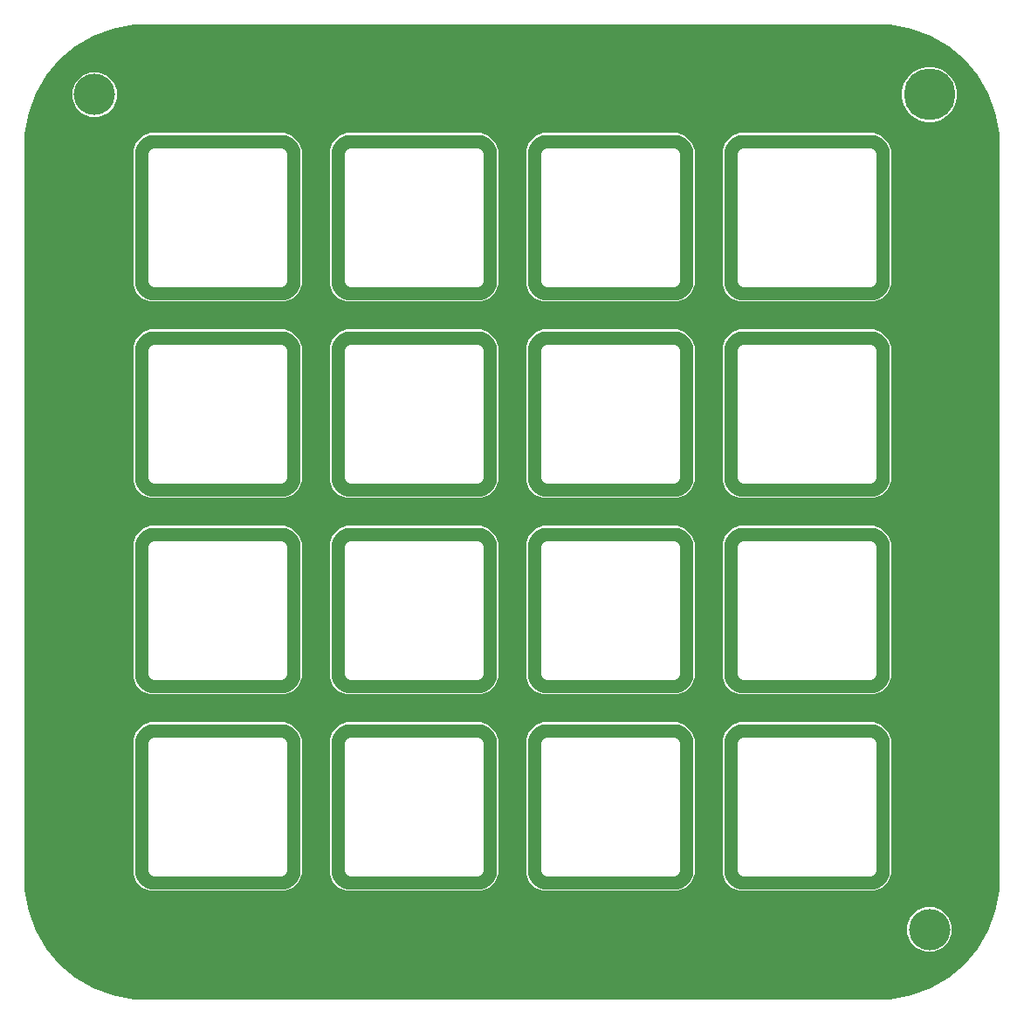
<source format=gbr>
G04 EAGLE Gerber RS-274X export*
G75*
%MOMM*%
%FSLAX34Y34*%
%LPD*%
%INBottom Copper*%
%IPPOS*%
%AMOC8*
5,1,8,0,0,1.08239X$1,22.5*%
G01*
%ADD10C,1.270000*%
%ADD11C,4.000000*%
%ADD12C,5.000000*%

G36*
X833450Y3305D02*
X833450Y3305D01*
X833471Y3303D01*
X843493Y3741D01*
X843525Y3748D01*
X843592Y3752D01*
X863333Y7233D01*
X863363Y7243D01*
X863462Y7267D01*
X882298Y14123D01*
X882326Y14138D01*
X882419Y14179D01*
X899779Y24202D01*
X899803Y24222D01*
X899887Y24278D01*
X915243Y37163D01*
X915264Y37187D01*
X915337Y37257D01*
X928222Y52613D01*
X928238Y52640D01*
X928298Y52721D01*
X938321Y70081D01*
X938332Y70111D01*
X938377Y70202D01*
X945233Y89038D01*
X945239Y89069D01*
X945250Y89108D01*
X945255Y89119D01*
X945256Y89129D01*
X945267Y89167D01*
X948748Y108908D01*
X948748Y108939D01*
X948759Y109006D01*
X949197Y119029D01*
X949195Y119042D01*
X949197Y119062D01*
X949197Y833438D01*
X949195Y833450D01*
X949197Y833471D01*
X948759Y843493D01*
X948752Y843525D01*
X948748Y843592D01*
X945267Y863333D01*
X945257Y863363D01*
X945233Y863462D01*
X938377Y882298D01*
X938362Y882326D01*
X938321Y882419D01*
X928298Y899779D01*
X928278Y899803D01*
X928222Y899887D01*
X915337Y915243D01*
X915313Y915264D01*
X915243Y915337D01*
X899887Y928222D01*
X899860Y928238D01*
X899779Y928298D01*
X882419Y938321D01*
X882389Y938332D01*
X882298Y938377D01*
X863462Y945233D01*
X863431Y945239D01*
X863334Y945267D01*
X843592Y948748D01*
X843561Y948748D01*
X843494Y948759D01*
X833471Y949197D01*
X833458Y949195D01*
X833438Y949197D01*
X119062Y949197D01*
X119050Y949195D01*
X119029Y949197D01*
X109007Y948759D01*
X108975Y948752D01*
X108908Y948748D01*
X89167Y945267D01*
X89137Y945257D01*
X89038Y945233D01*
X70202Y938377D01*
X70174Y938362D01*
X70081Y938321D01*
X52721Y928298D01*
X52697Y928278D01*
X52613Y928222D01*
X37257Y915337D01*
X37236Y915313D01*
X37163Y915243D01*
X24278Y899887D01*
X24262Y899860D01*
X24202Y899779D01*
X14179Y882419D01*
X14168Y882389D01*
X14123Y882298D01*
X7267Y863462D01*
X7261Y863431D01*
X7233Y863334D01*
X3752Y843592D01*
X3752Y843561D01*
X3741Y843494D01*
X3303Y833471D01*
X3305Y833458D01*
X3303Y833438D01*
X3303Y119063D01*
X3305Y119050D01*
X3303Y119029D01*
X3741Y109007D01*
X3748Y108975D01*
X3752Y108908D01*
X7233Y89167D01*
X7243Y89137D01*
X7267Y89038D01*
X14123Y70202D01*
X14138Y70174D01*
X14179Y70081D01*
X24202Y52721D01*
X24222Y52697D01*
X24278Y52613D01*
X37163Y37257D01*
X37187Y37236D01*
X37257Y37163D01*
X52613Y24278D01*
X52640Y24262D01*
X52721Y24202D01*
X70081Y14179D01*
X70111Y14168D01*
X70202Y14123D01*
X89038Y7267D01*
X89069Y7261D01*
X89166Y7233D01*
X108908Y3752D01*
X108939Y3752D01*
X109006Y3741D01*
X119029Y3303D01*
X119042Y3305D01*
X119062Y3303D01*
X833438Y3303D01*
X833450Y3305D01*
G37*
%LPC*%
G36*
X697029Y489782D02*
X697029Y489782D01*
X689345Y492964D01*
X683464Y498845D01*
X680282Y506529D01*
X680282Y636471D01*
X683464Y644155D01*
X689345Y650036D01*
X697029Y653218D01*
X826971Y653218D01*
X834655Y650036D01*
X840536Y644155D01*
X843718Y636471D01*
X843718Y506529D01*
X840536Y498845D01*
X834655Y492964D01*
X826971Y489782D01*
X697029Y489782D01*
G37*
%LPD*%
%LPC*%
G36*
X506529Y299282D02*
X506529Y299282D01*
X498845Y302464D01*
X492964Y308345D01*
X489782Y316029D01*
X489782Y445971D01*
X492964Y453655D01*
X498845Y459536D01*
X506529Y462718D01*
X636471Y462718D01*
X644155Y459536D01*
X650036Y453655D01*
X653218Y445971D01*
X653218Y316029D01*
X650036Y308345D01*
X644155Y302464D01*
X636471Y299282D01*
X506529Y299282D01*
G37*
%LPD*%
%LPC*%
G36*
X316029Y680282D02*
X316029Y680282D01*
X308345Y683464D01*
X302464Y689345D01*
X299282Y697029D01*
X299282Y826971D01*
X302464Y834655D01*
X308345Y840536D01*
X316029Y843718D01*
X445971Y843718D01*
X453655Y840536D01*
X459536Y834655D01*
X462718Y826971D01*
X462718Y697029D01*
X459536Y689345D01*
X453655Y683464D01*
X445971Y680282D01*
X316029Y680282D01*
G37*
%LPD*%
%LPC*%
G36*
X506529Y489782D02*
X506529Y489782D01*
X498845Y492964D01*
X492964Y498845D01*
X489782Y506529D01*
X489782Y636471D01*
X492964Y644155D01*
X498845Y650036D01*
X506529Y653218D01*
X636471Y653218D01*
X644155Y650036D01*
X650036Y644155D01*
X653218Y636471D01*
X653218Y506529D01*
X650036Y498845D01*
X644155Y492964D01*
X636471Y489782D01*
X506529Y489782D01*
G37*
%LPD*%
%LPC*%
G36*
X316029Y299282D02*
X316029Y299282D01*
X308345Y302464D01*
X302464Y308345D01*
X299282Y316029D01*
X299282Y445971D01*
X302464Y453655D01*
X308345Y459536D01*
X316029Y462718D01*
X445971Y462718D01*
X453655Y459536D01*
X459536Y453655D01*
X462718Y445971D01*
X462718Y316029D01*
X459536Y308345D01*
X453655Y302464D01*
X445971Y299282D01*
X316029Y299282D01*
G37*
%LPD*%
%LPC*%
G36*
X125529Y299282D02*
X125529Y299282D01*
X117845Y302464D01*
X111964Y308345D01*
X108782Y316029D01*
X108782Y445971D01*
X111964Y453655D01*
X117845Y459536D01*
X125529Y462718D01*
X255471Y462718D01*
X263155Y459536D01*
X269036Y453655D01*
X272218Y445971D01*
X272218Y316029D01*
X269036Y308345D01*
X263155Y302464D01*
X255471Y299282D01*
X125529Y299282D01*
G37*
%LPD*%
%LPC*%
G36*
X316029Y108782D02*
X316029Y108782D01*
X308345Y111964D01*
X302464Y117845D01*
X299282Y125529D01*
X299282Y255471D01*
X302464Y263155D01*
X308345Y269036D01*
X316029Y272218D01*
X445971Y272218D01*
X453655Y269036D01*
X459536Y263155D01*
X462718Y255471D01*
X462718Y125529D01*
X459536Y117845D01*
X453655Y111964D01*
X445971Y108782D01*
X316029Y108782D01*
G37*
%LPD*%
%LPC*%
G36*
X697029Y680282D02*
X697029Y680282D01*
X689345Y683464D01*
X683464Y689345D01*
X680282Y697029D01*
X680282Y826971D01*
X683464Y834655D01*
X689345Y840536D01*
X697029Y843718D01*
X826971Y843718D01*
X834655Y840536D01*
X840536Y834655D01*
X843718Y826971D01*
X843718Y697029D01*
X840536Y689345D01*
X834655Y683464D01*
X826971Y680282D01*
X697029Y680282D01*
G37*
%LPD*%
%LPC*%
G36*
X125529Y489782D02*
X125529Y489782D01*
X117845Y492964D01*
X111964Y498845D01*
X108782Y506529D01*
X108782Y636471D01*
X111964Y644155D01*
X117845Y650036D01*
X125529Y653218D01*
X255471Y653218D01*
X263155Y650036D01*
X269036Y644155D01*
X272218Y636471D01*
X272218Y506529D01*
X269036Y498845D01*
X263155Y492964D01*
X255471Y489782D01*
X125529Y489782D01*
G37*
%LPD*%
%LPC*%
G36*
X697029Y299282D02*
X697029Y299282D01*
X689345Y302464D01*
X683464Y308345D01*
X680282Y316029D01*
X680282Y445971D01*
X683464Y453655D01*
X689345Y459536D01*
X697029Y462718D01*
X826971Y462718D01*
X834655Y459536D01*
X840536Y453655D01*
X843718Y445971D01*
X843718Y316029D01*
X840536Y308345D01*
X834655Y302464D01*
X826971Y299282D01*
X697029Y299282D01*
G37*
%LPD*%
%LPC*%
G36*
X697029Y108782D02*
X697029Y108782D01*
X689345Y111964D01*
X683464Y117845D01*
X680282Y125529D01*
X680282Y255471D01*
X683464Y263155D01*
X689345Y269036D01*
X697029Y272218D01*
X826971Y272218D01*
X834655Y269036D01*
X840536Y263155D01*
X843718Y255471D01*
X843718Y125529D01*
X840536Y117845D01*
X834655Y111964D01*
X826971Y108782D01*
X697029Y108782D01*
G37*
%LPD*%
%LPC*%
G36*
X506529Y108782D02*
X506529Y108782D01*
X498845Y111964D01*
X492964Y117845D01*
X489782Y125529D01*
X489782Y255471D01*
X492964Y263155D01*
X498845Y269036D01*
X506529Y272218D01*
X636471Y272218D01*
X644155Y269036D01*
X650036Y263155D01*
X653218Y255471D01*
X653218Y125529D01*
X650036Y117845D01*
X644155Y111964D01*
X636471Y108782D01*
X506529Y108782D01*
G37*
%LPD*%
%LPC*%
G36*
X125529Y108782D02*
X125529Y108782D01*
X117845Y111964D01*
X111964Y117845D01*
X108782Y125529D01*
X108782Y255471D01*
X111964Y263155D01*
X117845Y269036D01*
X125529Y272218D01*
X255471Y272218D01*
X263155Y269036D01*
X269036Y263155D01*
X272218Y255471D01*
X272218Y125529D01*
X269036Y117845D01*
X263155Y111964D01*
X255471Y108782D01*
X125529Y108782D01*
G37*
%LPD*%
%LPC*%
G36*
X506529Y680282D02*
X506529Y680282D01*
X498845Y683464D01*
X492964Y689345D01*
X489782Y697029D01*
X489782Y826971D01*
X492964Y834655D01*
X498845Y840536D01*
X506529Y843718D01*
X636471Y843718D01*
X644155Y840536D01*
X650036Y834655D01*
X653218Y826971D01*
X653218Y697029D01*
X650036Y689345D01*
X644155Y683464D01*
X636471Y680282D01*
X506529Y680282D01*
G37*
%LPD*%
%LPC*%
G36*
X125529Y680282D02*
X125529Y680282D01*
X117845Y683464D01*
X111964Y689345D01*
X108782Y697029D01*
X108782Y826971D01*
X111964Y834655D01*
X117845Y840536D01*
X125529Y843718D01*
X255471Y843718D01*
X263155Y840536D01*
X269036Y834655D01*
X272218Y826971D01*
X272218Y697029D01*
X269036Y689345D01*
X263155Y683464D01*
X255471Y680282D01*
X125529Y680282D01*
G37*
%LPD*%
%LPC*%
G36*
X316029Y489782D02*
X316029Y489782D01*
X308345Y492964D01*
X302464Y498845D01*
X299282Y506529D01*
X299282Y636471D01*
X302464Y644155D01*
X308345Y650036D01*
X316029Y653218D01*
X445971Y653218D01*
X453655Y650036D01*
X459536Y644155D01*
X462718Y636471D01*
X462718Y506529D01*
X459536Y498845D01*
X453655Y492964D01*
X445971Y489782D01*
X316029Y489782D01*
G37*
%LPD*%
%LPC*%
G36*
X877570Y854538D02*
X877570Y854538D01*
X870824Y856345D01*
X864776Y859837D01*
X859837Y864776D01*
X856345Y870824D01*
X854538Y877570D01*
X854538Y884555D01*
X856345Y891301D01*
X859837Y897349D01*
X864776Y902288D01*
X870824Y905780D01*
X877570Y907587D01*
X884555Y907587D01*
X891301Y905780D01*
X897349Y902288D01*
X902288Y897349D01*
X905780Y891301D01*
X907587Y884555D01*
X907587Y877570D01*
X905780Y870824D01*
X902288Y864776D01*
X897349Y859837D01*
X891301Y856345D01*
X884555Y854538D01*
X877570Y854538D01*
G37*
%LPD*%
%LPC*%
G36*
X67156Y859538D02*
X67156Y859538D01*
X59245Y862815D01*
X53190Y868870D01*
X49913Y876781D01*
X49913Y885344D01*
X53190Y893255D01*
X59245Y899310D01*
X67156Y902587D01*
X75719Y902587D01*
X83630Y899310D01*
X89685Y893255D01*
X92962Y885344D01*
X92962Y876781D01*
X89685Y868870D01*
X83630Y862815D01*
X75719Y859538D01*
X67156Y859538D01*
G37*
%LPD*%
%LPC*%
G36*
X876781Y49913D02*
X876781Y49913D01*
X868870Y53190D01*
X862815Y59245D01*
X859538Y67156D01*
X859538Y75719D01*
X862815Y83630D01*
X868870Y89685D01*
X876781Y92962D01*
X885344Y92962D01*
X893255Y89685D01*
X899310Y83630D01*
X902587Y75719D01*
X902587Y67156D01*
X899310Y59245D01*
X893255Y53190D01*
X885344Y49913D01*
X876781Y49913D01*
G37*
%LPD*%
D10*
X116656Y796750D02*
X116656Y801094D01*
X116656Y822813D01*
X116657Y822813D02*
X116661Y823128D01*
X116672Y823443D01*
X116691Y823757D01*
X116718Y824071D01*
X116752Y824384D01*
X116794Y824696D01*
X116843Y825007D01*
X116900Y825317D01*
X116964Y825625D01*
X117036Y825932D01*
X117115Y826236D01*
X117201Y826539D01*
X117295Y826840D01*
X117396Y827138D01*
X117504Y827434D01*
X117619Y827727D01*
X117741Y828017D01*
X117871Y828304D01*
X118007Y828588D01*
X118150Y828869D01*
X118299Y829146D01*
X118456Y829419D01*
X118619Y829689D01*
X118788Y829954D01*
X118964Y830215D01*
X119146Y830472D01*
X119334Y830725D01*
X119528Y830973D01*
X119728Y831216D01*
X119934Y831454D01*
X120146Y831687D01*
X120363Y831915D01*
X120586Y832138D01*
X120814Y832355D01*
X121047Y832567D01*
X121285Y832773D01*
X121528Y832973D01*
X121776Y833167D01*
X122029Y833355D01*
X122286Y833537D01*
X122547Y833713D01*
X122812Y833882D01*
X123082Y834045D01*
X123355Y834202D01*
X123632Y834351D01*
X123913Y834494D01*
X124197Y834630D01*
X124484Y834760D01*
X124774Y834882D01*
X125067Y834997D01*
X125363Y835105D01*
X125661Y835206D01*
X125962Y835300D01*
X126265Y835386D01*
X126569Y835465D01*
X126876Y835537D01*
X127184Y835601D01*
X127494Y835658D01*
X127805Y835707D01*
X128117Y835749D01*
X128430Y835783D01*
X128744Y835810D01*
X129058Y835829D01*
X129373Y835840D01*
X129688Y835844D01*
X251313Y835844D01*
X251628Y835840D01*
X251943Y835829D01*
X252257Y835810D01*
X252571Y835783D01*
X252884Y835749D01*
X253196Y835707D01*
X253507Y835658D01*
X253817Y835601D01*
X254125Y835537D01*
X254432Y835465D01*
X254736Y835386D01*
X255039Y835300D01*
X255340Y835206D01*
X255638Y835105D01*
X255934Y834997D01*
X256227Y834882D01*
X256517Y834760D01*
X256804Y834630D01*
X257088Y834494D01*
X257369Y834351D01*
X257646Y834202D01*
X257919Y834045D01*
X258189Y833882D01*
X258454Y833713D01*
X258715Y833537D01*
X258972Y833355D01*
X259225Y833167D01*
X259473Y832973D01*
X259716Y832773D01*
X259954Y832567D01*
X260187Y832355D01*
X260415Y832138D01*
X260638Y831915D01*
X260855Y831687D01*
X261067Y831454D01*
X261273Y831216D01*
X261473Y830973D01*
X261667Y830725D01*
X261855Y830472D01*
X262037Y830215D01*
X262213Y829954D01*
X262382Y829689D01*
X262545Y829419D01*
X262702Y829146D01*
X262851Y828869D01*
X262994Y828588D01*
X263130Y828304D01*
X263260Y828017D01*
X263382Y827727D01*
X263497Y827434D01*
X263605Y827138D01*
X263706Y826840D01*
X263800Y826539D01*
X263886Y826236D01*
X263965Y825932D01*
X264037Y825625D01*
X264101Y825317D01*
X264158Y825007D01*
X264207Y824696D01*
X264249Y824384D01*
X264283Y824071D01*
X264310Y823757D01*
X264329Y823443D01*
X264340Y823128D01*
X264344Y822813D01*
X264344Y701188D01*
X264340Y700873D01*
X264329Y700558D01*
X264310Y700244D01*
X264283Y699930D01*
X264249Y699617D01*
X264207Y699305D01*
X264158Y698994D01*
X264101Y698684D01*
X264037Y698376D01*
X263965Y698069D01*
X263886Y697765D01*
X263800Y697462D01*
X263706Y697161D01*
X263605Y696863D01*
X263497Y696567D01*
X263382Y696274D01*
X263260Y695984D01*
X263130Y695697D01*
X262994Y695413D01*
X262851Y695132D01*
X262702Y694855D01*
X262545Y694582D01*
X262382Y694312D01*
X262213Y694047D01*
X262037Y693786D01*
X261855Y693529D01*
X261667Y693276D01*
X261473Y693028D01*
X261273Y692785D01*
X261067Y692547D01*
X260855Y692314D01*
X260638Y692086D01*
X260415Y691863D01*
X260187Y691646D01*
X259954Y691434D01*
X259716Y691228D01*
X259473Y691028D01*
X259225Y690834D01*
X258972Y690646D01*
X258715Y690464D01*
X258454Y690288D01*
X258189Y690119D01*
X257919Y689956D01*
X257646Y689799D01*
X257369Y689650D01*
X257088Y689507D01*
X256804Y689371D01*
X256517Y689241D01*
X256227Y689119D01*
X255934Y689004D01*
X255638Y688896D01*
X255340Y688795D01*
X255039Y688701D01*
X254736Y688615D01*
X254432Y688536D01*
X254125Y688464D01*
X253817Y688400D01*
X253507Y688343D01*
X253196Y688294D01*
X252884Y688252D01*
X252571Y688218D01*
X252257Y688191D01*
X251943Y688172D01*
X251628Y688161D01*
X251313Y688157D01*
X251313Y688156D02*
X129688Y688156D01*
X129688Y688157D02*
X129373Y688161D01*
X129058Y688172D01*
X128744Y688191D01*
X128430Y688218D01*
X128117Y688252D01*
X127805Y688294D01*
X127494Y688343D01*
X127184Y688400D01*
X126876Y688464D01*
X126569Y688536D01*
X126265Y688615D01*
X125962Y688701D01*
X125661Y688795D01*
X125363Y688896D01*
X125067Y689004D01*
X124774Y689119D01*
X124484Y689241D01*
X124197Y689371D01*
X123913Y689507D01*
X123632Y689650D01*
X123355Y689799D01*
X123082Y689956D01*
X122812Y690119D01*
X122547Y690288D01*
X122286Y690464D01*
X122029Y690646D01*
X121776Y690834D01*
X121528Y691028D01*
X121285Y691228D01*
X121047Y691434D01*
X120814Y691646D01*
X120586Y691863D01*
X120363Y692086D01*
X120146Y692314D01*
X119934Y692547D01*
X119728Y692785D01*
X119528Y693028D01*
X119334Y693276D01*
X119146Y693529D01*
X118964Y693786D01*
X118788Y694047D01*
X118619Y694312D01*
X118456Y694582D01*
X118299Y694855D01*
X118150Y695132D01*
X118007Y695413D01*
X117871Y695697D01*
X117741Y695984D01*
X117619Y696274D01*
X117504Y696567D01*
X117396Y696863D01*
X117295Y697161D01*
X117201Y697462D01*
X117115Y697765D01*
X117036Y698069D01*
X116964Y698376D01*
X116900Y698684D01*
X116843Y698994D01*
X116794Y699305D01*
X116752Y699617D01*
X116718Y699930D01*
X116691Y700244D01*
X116672Y700558D01*
X116661Y700873D01*
X116657Y701188D01*
X116656Y701188D02*
X116656Y796750D01*
X116656Y610594D02*
X116656Y606250D01*
X116656Y610594D02*
X116656Y632313D01*
X116657Y632313D02*
X116661Y632628D01*
X116672Y632943D01*
X116691Y633257D01*
X116718Y633571D01*
X116752Y633884D01*
X116794Y634196D01*
X116843Y634507D01*
X116900Y634817D01*
X116964Y635125D01*
X117036Y635432D01*
X117115Y635736D01*
X117201Y636039D01*
X117295Y636340D01*
X117396Y636638D01*
X117504Y636934D01*
X117619Y637227D01*
X117741Y637517D01*
X117871Y637804D01*
X118007Y638088D01*
X118150Y638369D01*
X118299Y638646D01*
X118456Y638919D01*
X118619Y639189D01*
X118788Y639454D01*
X118964Y639715D01*
X119146Y639972D01*
X119334Y640225D01*
X119528Y640473D01*
X119728Y640716D01*
X119934Y640954D01*
X120146Y641187D01*
X120363Y641415D01*
X120586Y641638D01*
X120814Y641855D01*
X121047Y642067D01*
X121285Y642273D01*
X121528Y642473D01*
X121776Y642667D01*
X122029Y642855D01*
X122286Y643037D01*
X122547Y643213D01*
X122812Y643382D01*
X123082Y643545D01*
X123355Y643702D01*
X123632Y643851D01*
X123913Y643994D01*
X124197Y644130D01*
X124484Y644260D01*
X124774Y644382D01*
X125067Y644497D01*
X125363Y644605D01*
X125661Y644706D01*
X125962Y644800D01*
X126265Y644886D01*
X126569Y644965D01*
X126876Y645037D01*
X127184Y645101D01*
X127494Y645158D01*
X127805Y645207D01*
X128117Y645249D01*
X128430Y645283D01*
X128744Y645310D01*
X129058Y645329D01*
X129373Y645340D01*
X129688Y645344D01*
X251313Y645344D01*
X251628Y645340D01*
X251943Y645329D01*
X252257Y645310D01*
X252571Y645283D01*
X252884Y645249D01*
X253196Y645207D01*
X253507Y645158D01*
X253817Y645101D01*
X254125Y645037D01*
X254432Y644965D01*
X254736Y644886D01*
X255039Y644800D01*
X255340Y644706D01*
X255638Y644605D01*
X255934Y644497D01*
X256227Y644382D01*
X256517Y644260D01*
X256804Y644130D01*
X257088Y643994D01*
X257369Y643851D01*
X257646Y643702D01*
X257919Y643545D01*
X258189Y643382D01*
X258454Y643213D01*
X258715Y643037D01*
X258972Y642855D01*
X259225Y642667D01*
X259473Y642473D01*
X259716Y642273D01*
X259954Y642067D01*
X260187Y641855D01*
X260415Y641638D01*
X260638Y641415D01*
X260855Y641187D01*
X261067Y640954D01*
X261273Y640716D01*
X261473Y640473D01*
X261667Y640225D01*
X261855Y639972D01*
X262037Y639715D01*
X262213Y639454D01*
X262382Y639189D01*
X262545Y638919D01*
X262702Y638646D01*
X262851Y638369D01*
X262994Y638088D01*
X263130Y637804D01*
X263260Y637517D01*
X263382Y637227D01*
X263497Y636934D01*
X263605Y636638D01*
X263706Y636340D01*
X263800Y636039D01*
X263886Y635736D01*
X263965Y635432D01*
X264037Y635125D01*
X264101Y634817D01*
X264158Y634507D01*
X264207Y634196D01*
X264249Y633884D01*
X264283Y633571D01*
X264310Y633257D01*
X264329Y632943D01*
X264340Y632628D01*
X264344Y632313D01*
X264344Y510688D01*
X264340Y510373D01*
X264329Y510058D01*
X264310Y509744D01*
X264283Y509430D01*
X264249Y509117D01*
X264207Y508805D01*
X264158Y508494D01*
X264101Y508184D01*
X264037Y507876D01*
X263965Y507569D01*
X263886Y507265D01*
X263800Y506962D01*
X263706Y506661D01*
X263605Y506363D01*
X263497Y506067D01*
X263382Y505774D01*
X263260Y505484D01*
X263130Y505197D01*
X262994Y504913D01*
X262851Y504632D01*
X262702Y504355D01*
X262545Y504082D01*
X262382Y503812D01*
X262213Y503547D01*
X262037Y503286D01*
X261855Y503029D01*
X261667Y502776D01*
X261473Y502528D01*
X261273Y502285D01*
X261067Y502047D01*
X260855Y501814D01*
X260638Y501586D01*
X260415Y501363D01*
X260187Y501146D01*
X259954Y500934D01*
X259716Y500728D01*
X259473Y500528D01*
X259225Y500334D01*
X258972Y500146D01*
X258715Y499964D01*
X258454Y499788D01*
X258189Y499619D01*
X257919Y499456D01*
X257646Y499299D01*
X257369Y499150D01*
X257088Y499007D01*
X256804Y498871D01*
X256517Y498741D01*
X256227Y498619D01*
X255934Y498504D01*
X255638Y498396D01*
X255340Y498295D01*
X255039Y498201D01*
X254736Y498115D01*
X254432Y498036D01*
X254125Y497964D01*
X253817Y497900D01*
X253507Y497843D01*
X253196Y497794D01*
X252884Y497752D01*
X252571Y497718D01*
X252257Y497691D01*
X251943Y497672D01*
X251628Y497661D01*
X251313Y497657D01*
X251313Y497656D02*
X129688Y497656D01*
X129688Y497657D02*
X129373Y497661D01*
X129058Y497672D01*
X128744Y497691D01*
X128430Y497718D01*
X128117Y497752D01*
X127805Y497794D01*
X127494Y497843D01*
X127184Y497900D01*
X126876Y497964D01*
X126569Y498036D01*
X126265Y498115D01*
X125962Y498201D01*
X125661Y498295D01*
X125363Y498396D01*
X125067Y498504D01*
X124774Y498619D01*
X124484Y498741D01*
X124197Y498871D01*
X123913Y499007D01*
X123632Y499150D01*
X123355Y499299D01*
X123082Y499456D01*
X122812Y499619D01*
X122547Y499788D01*
X122286Y499964D01*
X122029Y500146D01*
X121776Y500334D01*
X121528Y500528D01*
X121285Y500728D01*
X121047Y500934D01*
X120814Y501146D01*
X120586Y501363D01*
X120363Y501586D01*
X120146Y501814D01*
X119934Y502047D01*
X119728Y502285D01*
X119528Y502528D01*
X119334Y502776D01*
X119146Y503029D01*
X118964Y503286D01*
X118788Y503547D01*
X118619Y503812D01*
X118456Y504082D01*
X118299Y504355D01*
X118150Y504632D01*
X118007Y504913D01*
X117871Y505197D01*
X117741Y505484D01*
X117619Y505774D01*
X117504Y506067D01*
X117396Y506363D01*
X117295Y506661D01*
X117201Y506962D01*
X117115Y507265D01*
X117036Y507569D01*
X116964Y507876D01*
X116900Y508184D01*
X116843Y508494D01*
X116794Y508805D01*
X116752Y509117D01*
X116718Y509430D01*
X116691Y509744D01*
X116672Y510058D01*
X116661Y510373D01*
X116657Y510688D01*
X116656Y510688D02*
X116656Y606250D01*
X116656Y420094D02*
X116656Y415750D01*
X116656Y420094D02*
X116656Y441813D01*
X116657Y441813D02*
X116661Y442128D01*
X116672Y442443D01*
X116691Y442757D01*
X116718Y443071D01*
X116752Y443384D01*
X116794Y443696D01*
X116843Y444007D01*
X116900Y444317D01*
X116964Y444625D01*
X117036Y444932D01*
X117115Y445236D01*
X117201Y445539D01*
X117295Y445840D01*
X117396Y446138D01*
X117504Y446434D01*
X117619Y446727D01*
X117741Y447017D01*
X117871Y447304D01*
X118007Y447588D01*
X118150Y447869D01*
X118299Y448146D01*
X118456Y448419D01*
X118619Y448689D01*
X118788Y448954D01*
X118964Y449215D01*
X119146Y449472D01*
X119334Y449725D01*
X119528Y449973D01*
X119728Y450216D01*
X119934Y450454D01*
X120146Y450687D01*
X120363Y450915D01*
X120586Y451138D01*
X120814Y451355D01*
X121047Y451567D01*
X121285Y451773D01*
X121528Y451973D01*
X121776Y452167D01*
X122029Y452355D01*
X122286Y452537D01*
X122547Y452713D01*
X122812Y452882D01*
X123082Y453045D01*
X123355Y453202D01*
X123632Y453351D01*
X123913Y453494D01*
X124197Y453630D01*
X124484Y453760D01*
X124774Y453882D01*
X125067Y453997D01*
X125363Y454105D01*
X125661Y454206D01*
X125962Y454300D01*
X126265Y454386D01*
X126569Y454465D01*
X126876Y454537D01*
X127184Y454601D01*
X127494Y454658D01*
X127805Y454707D01*
X128117Y454749D01*
X128430Y454783D01*
X128744Y454810D01*
X129058Y454829D01*
X129373Y454840D01*
X129688Y454844D01*
X251313Y454844D01*
X251628Y454840D01*
X251943Y454829D01*
X252257Y454810D01*
X252571Y454783D01*
X252884Y454749D01*
X253196Y454707D01*
X253507Y454658D01*
X253817Y454601D01*
X254125Y454537D01*
X254432Y454465D01*
X254736Y454386D01*
X255039Y454300D01*
X255340Y454206D01*
X255638Y454105D01*
X255934Y453997D01*
X256227Y453882D01*
X256517Y453760D01*
X256804Y453630D01*
X257088Y453494D01*
X257369Y453351D01*
X257646Y453202D01*
X257919Y453045D01*
X258189Y452882D01*
X258454Y452713D01*
X258715Y452537D01*
X258972Y452355D01*
X259225Y452167D01*
X259473Y451973D01*
X259716Y451773D01*
X259954Y451567D01*
X260187Y451355D01*
X260415Y451138D01*
X260638Y450915D01*
X260855Y450687D01*
X261067Y450454D01*
X261273Y450216D01*
X261473Y449973D01*
X261667Y449725D01*
X261855Y449472D01*
X262037Y449215D01*
X262213Y448954D01*
X262382Y448689D01*
X262545Y448419D01*
X262702Y448146D01*
X262851Y447869D01*
X262994Y447588D01*
X263130Y447304D01*
X263260Y447017D01*
X263382Y446727D01*
X263497Y446434D01*
X263605Y446138D01*
X263706Y445840D01*
X263800Y445539D01*
X263886Y445236D01*
X263965Y444932D01*
X264037Y444625D01*
X264101Y444317D01*
X264158Y444007D01*
X264207Y443696D01*
X264249Y443384D01*
X264283Y443071D01*
X264310Y442757D01*
X264329Y442443D01*
X264340Y442128D01*
X264344Y441813D01*
X264344Y320188D01*
X264340Y319873D01*
X264329Y319558D01*
X264310Y319244D01*
X264283Y318930D01*
X264249Y318617D01*
X264207Y318305D01*
X264158Y317994D01*
X264101Y317684D01*
X264037Y317376D01*
X263965Y317069D01*
X263886Y316765D01*
X263800Y316462D01*
X263706Y316161D01*
X263605Y315863D01*
X263497Y315567D01*
X263382Y315274D01*
X263260Y314984D01*
X263130Y314697D01*
X262994Y314413D01*
X262851Y314132D01*
X262702Y313855D01*
X262545Y313582D01*
X262382Y313312D01*
X262213Y313047D01*
X262037Y312786D01*
X261855Y312529D01*
X261667Y312276D01*
X261473Y312028D01*
X261273Y311785D01*
X261067Y311547D01*
X260855Y311314D01*
X260638Y311086D01*
X260415Y310863D01*
X260187Y310646D01*
X259954Y310434D01*
X259716Y310228D01*
X259473Y310028D01*
X259225Y309834D01*
X258972Y309646D01*
X258715Y309464D01*
X258454Y309288D01*
X258189Y309119D01*
X257919Y308956D01*
X257646Y308799D01*
X257369Y308650D01*
X257088Y308507D01*
X256804Y308371D01*
X256517Y308241D01*
X256227Y308119D01*
X255934Y308004D01*
X255638Y307896D01*
X255340Y307795D01*
X255039Y307701D01*
X254736Y307615D01*
X254432Y307536D01*
X254125Y307464D01*
X253817Y307400D01*
X253507Y307343D01*
X253196Y307294D01*
X252884Y307252D01*
X252571Y307218D01*
X252257Y307191D01*
X251943Y307172D01*
X251628Y307161D01*
X251313Y307157D01*
X251313Y307156D02*
X129688Y307156D01*
X129688Y307157D02*
X129373Y307161D01*
X129058Y307172D01*
X128744Y307191D01*
X128430Y307218D01*
X128117Y307252D01*
X127805Y307294D01*
X127494Y307343D01*
X127184Y307400D01*
X126876Y307464D01*
X126569Y307536D01*
X126265Y307615D01*
X125962Y307701D01*
X125661Y307795D01*
X125363Y307896D01*
X125067Y308004D01*
X124774Y308119D01*
X124484Y308241D01*
X124197Y308371D01*
X123913Y308507D01*
X123632Y308650D01*
X123355Y308799D01*
X123082Y308956D01*
X122812Y309119D01*
X122547Y309288D01*
X122286Y309464D01*
X122029Y309646D01*
X121776Y309834D01*
X121528Y310028D01*
X121285Y310228D01*
X121047Y310434D01*
X120814Y310646D01*
X120586Y310863D01*
X120363Y311086D01*
X120146Y311314D01*
X119934Y311547D01*
X119728Y311785D01*
X119528Y312028D01*
X119334Y312276D01*
X119146Y312529D01*
X118964Y312786D01*
X118788Y313047D01*
X118619Y313312D01*
X118456Y313582D01*
X118299Y313855D01*
X118150Y314132D01*
X118007Y314413D01*
X117871Y314697D01*
X117741Y314984D01*
X117619Y315274D01*
X117504Y315567D01*
X117396Y315863D01*
X117295Y316161D01*
X117201Y316462D01*
X117115Y316765D01*
X117036Y317069D01*
X116964Y317376D01*
X116900Y317684D01*
X116843Y317994D01*
X116794Y318305D01*
X116752Y318617D01*
X116718Y318930D01*
X116691Y319244D01*
X116672Y319558D01*
X116661Y319873D01*
X116657Y320188D01*
X116656Y320188D02*
X116656Y415750D01*
X116656Y229594D02*
X116656Y225250D01*
X116656Y229594D02*
X116656Y251313D01*
X116657Y251313D02*
X116661Y251628D01*
X116672Y251943D01*
X116691Y252257D01*
X116718Y252571D01*
X116752Y252884D01*
X116794Y253196D01*
X116843Y253507D01*
X116900Y253817D01*
X116964Y254125D01*
X117036Y254432D01*
X117115Y254736D01*
X117201Y255039D01*
X117295Y255340D01*
X117396Y255638D01*
X117504Y255934D01*
X117619Y256227D01*
X117741Y256517D01*
X117871Y256804D01*
X118007Y257088D01*
X118150Y257369D01*
X118299Y257646D01*
X118456Y257919D01*
X118619Y258189D01*
X118788Y258454D01*
X118964Y258715D01*
X119146Y258972D01*
X119334Y259225D01*
X119528Y259473D01*
X119728Y259716D01*
X119934Y259954D01*
X120146Y260187D01*
X120363Y260415D01*
X120586Y260638D01*
X120814Y260855D01*
X121047Y261067D01*
X121285Y261273D01*
X121528Y261473D01*
X121776Y261667D01*
X122029Y261855D01*
X122286Y262037D01*
X122547Y262213D01*
X122812Y262382D01*
X123082Y262545D01*
X123355Y262702D01*
X123632Y262851D01*
X123913Y262994D01*
X124197Y263130D01*
X124484Y263260D01*
X124774Y263382D01*
X125067Y263497D01*
X125363Y263605D01*
X125661Y263706D01*
X125962Y263800D01*
X126265Y263886D01*
X126569Y263965D01*
X126876Y264037D01*
X127184Y264101D01*
X127494Y264158D01*
X127805Y264207D01*
X128117Y264249D01*
X128430Y264283D01*
X128744Y264310D01*
X129058Y264329D01*
X129373Y264340D01*
X129688Y264344D01*
X251313Y264344D01*
X251628Y264340D01*
X251943Y264329D01*
X252257Y264310D01*
X252571Y264283D01*
X252884Y264249D01*
X253196Y264207D01*
X253507Y264158D01*
X253817Y264101D01*
X254125Y264037D01*
X254432Y263965D01*
X254736Y263886D01*
X255039Y263800D01*
X255340Y263706D01*
X255638Y263605D01*
X255934Y263497D01*
X256227Y263382D01*
X256517Y263260D01*
X256804Y263130D01*
X257088Y262994D01*
X257369Y262851D01*
X257646Y262702D01*
X257919Y262545D01*
X258189Y262382D01*
X258454Y262213D01*
X258715Y262037D01*
X258972Y261855D01*
X259225Y261667D01*
X259473Y261473D01*
X259716Y261273D01*
X259954Y261067D01*
X260187Y260855D01*
X260415Y260638D01*
X260638Y260415D01*
X260855Y260187D01*
X261067Y259954D01*
X261273Y259716D01*
X261473Y259473D01*
X261667Y259225D01*
X261855Y258972D01*
X262037Y258715D01*
X262213Y258454D01*
X262382Y258189D01*
X262545Y257919D01*
X262702Y257646D01*
X262851Y257369D01*
X262994Y257088D01*
X263130Y256804D01*
X263260Y256517D01*
X263382Y256227D01*
X263497Y255934D01*
X263605Y255638D01*
X263706Y255340D01*
X263800Y255039D01*
X263886Y254736D01*
X263965Y254432D01*
X264037Y254125D01*
X264101Y253817D01*
X264158Y253507D01*
X264207Y253196D01*
X264249Y252884D01*
X264283Y252571D01*
X264310Y252257D01*
X264329Y251943D01*
X264340Y251628D01*
X264344Y251313D01*
X264344Y129688D01*
X264340Y129373D01*
X264329Y129058D01*
X264310Y128744D01*
X264283Y128430D01*
X264249Y128117D01*
X264207Y127805D01*
X264158Y127494D01*
X264101Y127184D01*
X264037Y126876D01*
X263965Y126569D01*
X263886Y126265D01*
X263800Y125962D01*
X263706Y125661D01*
X263605Y125363D01*
X263497Y125067D01*
X263382Y124774D01*
X263260Y124484D01*
X263130Y124197D01*
X262994Y123913D01*
X262851Y123632D01*
X262702Y123355D01*
X262545Y123082D01*
X262382Y122812D01*
X262213Y122547D01*
X262037Y122286D01*
X261855Y122029D01*
X261667Y121776D01*
X261473Y121528D01*
X261273Y121285D01*
X261067Y121047D01*
X260855Y120814D01*
X260638Y120586D01*
X260415Y120363D01*
X260187Y120146D01*
X259954Y119934D01*
X259716Y119728D01*
X259473Y119528D01*
X259225Y119334D01*
X258972Y119146D01*
X258715Y118964D01*
X258454Y118788D01*
X258189Y118619D01*
X257919Y118456D01*
X257646Y118299D01*
X257369Y118150D01*
X257088Y118007D01*
X256804Y117871D01*
X256517Y117741D01*
X256227Y117619D01*
X255934Y117504D01*
X255638Y117396D01*
X255340Y117295D01*
X255039Y117201D01*
X254736Y117115D01*
X254432Y117036D01*
X254125Y116964D01*
X253817Y116900D01*
X253507Y116843D01*
X253196Y116794D01*
X252884Y116752D01*
X252571Y116718D01*
X252257Y116691D01*
X251943Y116672D01*
X251628Y116661D01*
X251313Y116657D01*
X251313Y116656D02*
X129688Y116656D01*
X129688Y116657D02*
X129373Y116661D01*
X129058Y116672D01*
X128744Y116691D01*
X128430Y116718D01*
X128117Y116752D01*
X127805Y116794D01*
X127494Y116843D01*
X127184Y116900D01*
X126876Y116964D01*
X126569Y117036D01*
X126265Y117115D01*
X125962Y117201D01*
X125661Y117295D01*
X125363Y117396D01*
X125067Y117504D01*
X124774Y117619D01*
X124484Y117741D01*
X124197Y117871D01*
X123913Y118007D01*
X123632Y118150D01*
X123355Y118299D01*
X123082Y118456D01*
X122812Y118619D01*
X122547Y118788D01*
X122286Y118964D01*
X122029Y119146D01*
X121776Y119334D01*
X121528Y119528D01*
X121285Y119728D01*
X121047Y119934D01*
X120814Y120146D01*
X120586Y120363D01*
X120363Y120586D01*
X120146Y120814D01*
X119934Y121047D01*
X119728Y121285D01*
X119528Y121528D01*
X119334Y121776D01*
X119146Y122029D01*
X118964Y122286D01*
X118788Y122547D01*
X118619Y122812D01*
X118456Y123082D01*
X118299Y123355D01*
X118150Y123632D01*
X118007Y123913D01*
X117871Y124197D01*
X117741Y124484D01*
X117619Y124774D01*
X117504Y125067D01*
X117396Y125363D01*
X117295Y125661D01*
X117201Y125962D01*
X117115Y126265D01*
X117036Y126569D01*
X116964Y126876D01*
X116900Y127184D01*
X116843Y127494D01*
X116794Y127805D01*
X116752Y128117D01*
X116718Y128430D01*
X116691Y128744D01*
X116672Y129058D01*
X116661Y129373D01*
X116657Y129688D01*
X116656Y129688D02*
X116656Y225250D01*
X307156Y796750D02*
X307156Y801094D01*
X307156Y822813D01*
X307157Y822813D02*
X307161Y823128D01*
X307172Y823443D01*
X307191Y823757D01*
X307218Y824071D01*
X307252Y824384D01*
X307294Y824696D01*
X307343Y825007D01*
X307400Y825317D01*
X307464Y825625D01*
X307536Y825932D01*
X307615Y826236D01*
X307701Y826539D01*
X307795Y826840D01*
X307896Y827138D01*
X308004Y827434D01*
X308119Y827727D01*
X308241Y828017D01*
X308371Y828304D01*
X308507Y828588D01*
X308650Y828869D01*
X308799Y829146D01*
X308956Y829419D01*
X309119Y829689D01*
X309288Y829954D01*
X309464Y830215D01*
X309646Y830472D01*
X309834Y830725D01*
X310028Y830973D01*
X310228Y831216D01*
X310434Y831454D01*
X310646Y831687D01*
X310863Y831915D01*
X311086Y832138D01*
X311314Y832355D01*
X311547Y832567D01*
X311785Y832773D01*
X312028Y832973D01*
X312276Y833167D01*
X312529Y833355D01*
X312786Y833537D01*
X313047Y833713D01*
X313312Y833882D01*
X313582Y834045D01*
X313855Y834202D01*
X314132Y834351D01*
X314413Y834494D01*
X314697Y834630D01*
X314984Y834760D01*
X315274Y834882D01*
X315567Y834997D01*
X315863Y835105D01*
X316161Y835206D01*
X316462Y835300D01*
X316765Y835386D01*
X317069Y835465D01*
X317376Y835537D01*
X317684Y835601D01*
X317994Y835658D01*
X318305Y835707D01*
X318617Y835749D01*
X318930Y835783D01*
X319244Y835810D01*
X319558Y835829D01*
X319873Y835840D01*
X320188Y835844D01*
X441813Y835844D01*
X442128Y835840D01*
X442443Y835829D01*
X442757Y835810D01*
X443071Y835783D01*
X443384Y835749D01*
X443696Y835707D01*
X444007Y835658D01*
X444317Y835601D01*
X444625Y835537D01*
X444932Y835465D01*
X445236Y835386D01*
X445539Y835300D01*
X445840Y835206D01*
X446138Y835105D01*
X446434Y834997D01*
X446727Y834882D01*
X447017Y834760D01*
X447304Y834630D01*
X447588Y834494D01*
X447869Y834351D01*
X448146Y834202D01*
X448419Y834045D01*
X448689Y833882D01*
X448954Y833713D01*
X449215Y833537D01*
X449472Y833355D01*
X449725Y833167D01*
X449973Y832973D01*
X450216Y832773D01*
X450454Y832567D01*
X450687Y832355D01*
X450915Y832138D01*
X451138Y831915D01*
X451355Y831687D01*
X451567Y831454D01*
X451773Y831216D01*
X451973Y830973D01*
X452167Y830725D01*
X452355Y830472D01*
X452537Y830215D01*
X452713Y829954D01*
X452882Y829689D01*
X453045Y829419D01*
X453202Y829146D01*
X453351Y828869D01*
X453494Y828588D01*
X453630Y828304D01*
X453760Y828017D01*
X453882Y827727D01*
X453997Y827434D01*
X454105Y827138D01*
X454206Y826840D01*
X454300Y826539D01*
X454386Y826236D01*
X454465Y825932D01*
X454537Y825625D01*
X454601Y825317D01*
X454658Y825007D01*
X454707Y824696D01*
X454749Y824384D01*
X454783Y824071D01*
X454810Y823757D01*
X454829Y823443D01*
X454840Y823128D01*
X454844Y822813D01*
X454844Y701188D01*
X454840Y700873D01*
X454829Y700558D01*
X454810Y700244D01*
X454783Y699930D01*
X454749Y699617D01*
X454707Y699305D01*
X454658Y698994D01*
X454601Y698684D01*
X454537Y698376D01*
X454465Y698069D01*
X454386Y697765D01*
X454300Y697462D01*
X454206Y697161D01*
X454105Y696863D01*
X453997Y696567D01*
X453882Y696274D01*
X453760Y695984D01*
X453630Y695697D01*
X453494Y695413D01*
X453351Y695132D01*
X453202Y694855D01*
X453045Y694582D01*
X452882Y694312D01*
X452713Y694047D01*
X452537Y693786D01*
X452355Y693529D01*
X452167Y693276D01*
X451973Y693028D01*
X451773Y692785D01*
X451567Y692547D01*
X451355Y692314D01*
X451138Y692086D01*
X450915Y691863D01*
X450687Y691646D01*
X450454Y691434D01*
X450216Y691228D01*
X449973Y691028D01*
X449725Y690834D01*
X449472Y690646D01*
X449215Y690464D01*
X448954Y690288D01*
X448689Y690119D01*
X448419Y689956D01*
X448146Y689799D01*
X447869Y689650D01*
X447588Y689507D01*
X447304Y689371D01*
X447017Y689241D01*
X446727Y689119D01*
X446434Y689004D01*
X446138Y688896D01*
X445840Y688795D01*
X445539Y688701D01*
X445236Y688615D01*
X444932Y688536D01*
X444625Y688464D01*
X444317Y688400D01*
X444007Y688343D01*
X443696Y688294D01*
X443384Y688252D01*
X443071Y688218D01*
X442757Y688191D01*
X442443Y688172D01*
X442128Y688161D01*
X441813Y688157D01*
X441813Y688156D02*
X320188Y688156D01*
X320188Y688157D02*
X319873Y688161D01*
X319558Y688172D01*
X319244Y688191D01*
X318930Y688218D01*
X318617Y688252D01*
X318305Y688294D01*
X317994Y688343D01*
X317684Y688400D01*
X317376Y688464D01*
X317069Y688536D01*
X316765Y688615D01*
X316462Y688701D01*
X316161Y688795D01*
X315863Y688896D01*
X315567Y689004D01*
X315274Y689119D01*
X314984Y689241D01*
X314697Y689371D01*
X314413Y689507D01*
X314132Y689650D01*
X313855Y689799D01*
X313582Y689956D01*
X313312Y690119D01*
X313047Y690288D01*
X312786Y690464D01*
X312529Y690646D01*
X312276Y690834D01*
X312028Y691028D01*
X311785Y691228D01*
X311547Y691434D01*
X311314Y691646D01*
X311086Y691863D01*
X310863Y692086D01*
X310646Y692314D01*
X310434Y692547D01*
X310228Y692785D01*
X310028Y693028D01*
X309834Y693276D01*
X309646Y693529D01*
X309464Y693786D01*
X309288Y694047D01*
X309119Y694312D01*
X308956Y694582D01*
X308799Y694855D01*
X308650Y695132D01*
X308507Y695413D01*
X308371Y695697D01*
X308241Y695984D01*
X308119Y696274D01*
X308004Y696567D01*
X307896Y696863D01*
X307795Y697161D01*
X307701Y697462D01*
X307615Y697765D01*
X307536Y698069D01*
X307464Y698376D01*
X307400Y698684D01*
X307343Y698994D01*
X307294Y699305D01*
X307252Y699617D01*
X307218Y699930D01*
X307191Y700244D01*
X307172Y700558D01*
X307161Y700873D01*
X307157Y701188D01*
X307156Y701188D02*
X307156Y796750D01*
X497656Y420094D02*
X497656Y415750D01*
X497656Y420094D02*
X497656Y441813D01*
X497657Y441813D02*
X497661Y442128D01*
X497672Y442443D01*
X497691Y442757D01*
X497718Y443071D01*
X497752Y443384D01*
X497794Y443696D01*
X497843Y444007D01*
X497900Y444317D01*
X497964Y444625D01*
X498036Y444932D01*
X498115Y445236D01*
X498201Y445539D01*
X498295Y445840D01*
X498396Y446138D01*
X498504Y446434D01*
X498619Y446727D01*
X498741Y447017D01*
X498871Y447304D01*
X499007Y447588D01*
X499150Y447869D01*
X499299Y448146D01*
X499456Y448419D01*
X499619Y448689D01*
X499788Y448954D01*
X499964Y449215D01*
X500146Y449472D01*
X500334Y449725D01*
X500528Y449973D01*
X500728Y450216D01*
X500934Y450454D01*
X501146Y450687D01*
X501363Y450915D01*
X501586Y451138D01*
X501814Y451355D01*
X502047Y451567D01*
X502285Y451773D01*
X502528Y451973D01*
X502776Y452167D01*
X503029Y452355D01*
X503286Y452537D01*
X503547Y452713D01*
X503812Y452882D01*
X504082Y453045D01*
X504355Y453202D01*
X504632Y453351D01*
X504913Y453494D01*
X505197Y453630D01*
X505484Y453760D01*
X505774Y453882D01*
X506067Y453997D01*
X506363Y454105D01*
X506661Y454206D01*
X506962Y454300D01*
X507265Y454386D01*
X507569Y454465D01*
X507876Y454537D01*
X508184Y454601D01*
X508494Y454658D01*
X508805Y454707D01*
X509117Y454749D01*
X509430Y454783D01*
X509744Y454810D01*
X510058Y454829D01*
X510373Y454840D01*
X510688Y454844D01*
X632313Y454844D01*
X632628Y454840D01*
X632943Y454829D01*
X633257Y454810D01*
X633571Y454783D01*
X633884Y454749D01*
X634196Y454707D01*
X634507Y454658D01*
X634817Y454601D01*
X635125Y454537D01*
X635432Y454465D01*
X635736Y454386D01*
X636039Y454300D01*
X636340Y454206D01*
X636638Y454105D01*
X636934Y453997D01*
X637227Y453882D01*
X637517Y453760D01*
X637804Y453630D01*
X638088Y453494D01*
X638369Y453351D01*
X638646Y453202D01*
X638919Y453045D01*
X639189Y452882D01*
X639454Y452713D01*
X639715Y452537D01*
X639972Y452355D01*
X640225Y452167D01*
X640473Y451973D01*
X640716Y451773D01*
X640954Y451567D01*
X641187Y451355D01*
X641415Y451138D01*
X641638Y450915D01*
X641855Y450687D01*
X642067Y450454D01*
X642273Y450216D01*
X642473Y449973D01*
X642667Y449725D01*
X642855Y449472D01*
X643037Y449215D01*
X643213Y448954D01*
X643382Y448689D01*
X643545Y448419D01*
X643702Y448146D01*
X643851Y447869D01*
X643994Y447588D01*
X644130Y447304D01*
X644260Y447017D01*
X644382Y446727D01*
X644497Y446434D01*
X644605Y446138D01*
X644706Y445840D01*
X644800Y445539D01*
X644886Y445236D01*
X644965Y444932D01*
X645037Y444625D01*
X645101Y444317D01*
X645158Y444007D01*
X645207Y443696D01*
X645249Y443384D01*
X645283Y443071D01*
X645310Y442757D01*
X645329Y442443D01*
X645340Y442128D01*
X645344Y441813D01*
X645344Y320188D01*
X645340Y319873D01*
X645329Y319558D01*
X645310Y319244D01*
X645283Y318930D01*
X645249Y318617D01*
X645207Y318305D01*
X645158Y317994D01*
X645101Y317684D01*
X645037Y317376D01*
X644965Y317069D01*
X644886Y316765D01*
X644800Y316462D01*
X644706Y316161D01*
X644605Y315863D01*
X644497Y315567D01*
X644382Y315274D01*
X644260Y314984D01*
X644130Y314697D01*
X643994Y314413D01*
X643851Y314132D01*
X643702Y313855D01*
X643545Y313582D01*
X643382Y313312D01*
X643213Y313047D01*
X643037Y312786D01*
X642855Y312529D01*
X642667Y312276D01*
X642473Y312028D01*
X642273Y311785D01*
X642067Y311547D01*
X641855Y311314D01*
X641638Y311086D01*
X641415Y310863D01*
X641187Y310646D01*
X640954Y310434D01*
X640716Y310228D01*
X640473Y310028D01*
X640225Y309834D01*
X639972Y309646D01*
X639715Y309464D01*
X639454Y309288D01*
X639189Y309119D01*
X638919Y308956D01*
X638646Y308799D01*
X638369Y308650D01*
X638088Y308507D01*
X637804Y308371D01*
X637517Y308241D01*
X637227Y308119D01*
X636934Y308004D01*
X636638Y307896D01*
X636340Y307795D01*
X636039Y307701D01*
X635736Y307615D01*
X635432Y307536D01*
X635125Y307464D01*
X634817Y307400D01*
X634507Y307343D01*
X634196Y307294D01*
X633884Y307252D01*
X633571Y307218D01*
X633257Y307191D01*
X632943Y307172D01*
X632628Y307161D01*
X632313Y307157D01*
X632313Y307156D02*
X510688Y307156D01*
X510688Y307157D02*
X510373Y307161D01*
X510058Y307172D01*
X509744Y307191D01*
X509430Y307218D01*
X509117Y307252D01*
X508805Y307294D01*
X508494Y307343D01*
X508184Y307400D01*
X507876Y307464D01*
X507569Y307536D01*
X507265Y307615D01*
X506962Y307701D01*
X506661Y307795D01*
X506363Y307896D01*
X506067Y308004D01*
X505774Y308119D01*
X505484Y308241D01*
X505197Y308371D01*
X504913Y308507D01*
X504632Y308650D01*
X504355Y308799D01*
X504082Y308956D01*
X503812Y309119D01*
X503547Y309288D01*
X503286Y309464D01*
X503029Y309646D01*
X502776Y309834D01*
X502528Y310028D01*
X502285Y310228D01*
X502047Y310434D01*
X501814Y310646D01*
X501586Y310863D01*
X501363Y311086D01*
X501146Y311314D01*
X500934Y311547D01*
X500728Y311785D01*
X500528Y312028D01*
X500334Y312276D01*
X500146Y312529D01*
X499964Y312786D01*
X499788Y313047D01*
X499619Y313312D01*
X499456Y313582D01*
X499299Y313855D01*
X499150Y314132D01*
X499007Y314413D01*
X498871Y314697D01*
X498741Y314984D01*
X498619Y315274D01*
X498504Y315567D01*
X498396Y315863D01*
X498295Y316161D01*
X498201Y316462D01*
X498115Y316765D01*
X498036Y317069D01*
X497964Y317376D01*
X497900Y317684D01*
X497843Y317994D01*
X497794Y318305D01*
X497752Y318617D01*
X497718Y318930D01*
X497691Y319244D01*
X497672Y319558D01*
X497661Y319873D01*
X497657Y320188D01*
X497656Y320188D02*
X497656Y415750D01*
X307156Y606250D02*
X307156Y610594D01*
X307156Y632313D01*
X307157Y632313D02*
X307161Y632628D01*
X307172Y632943D01*
X307191Y633257D01*
X307218Y633571D01*
X307252Y633884D01*
X307294Y634196D01*
X307343Y634507D01*
X307400Y634817D01*
X307464Y635125D01*
X307536Y635432D01*
X307615Y635736D01*
X307701Y636039D01*
X307795Y636340D01*
X307896Y636638D01*
X308004Y636934D01*
X308119Y637227D01*
X308241Y637517D01*
X308371Y637804D01*
X308507Y638088D01*
X308650Y638369D01*
X308799Y638646D01*
X308956Y638919D01*
X309119Y639189D01*
X309288Y639454D01*
X309464Y639715D01*
X309646Y639972D01*
X309834Y640225D01*
X310028Y640473D01*
X310228Y640716D01*
X310434Y640954D01*
X310646Y641187D01*
X310863Y641415D01*
X311086Y641638D01*
X311314Y641855D01*
X311547Y642067D01*
X311785Y642273D01*
X312028Y642473D01*
X312276Y642667D01*
X312529Y642855D01*
X312786Y643037D01*
X313047Y643213D01*
X313312Y643382D01*
X313582Y643545D01*
X313855Y643702D01*
X314132Y643851D01*
X314413Y643994D01*
X314697Y644130D01*
X314984Y644260D01*
X315274Y644382D01*
X315567Y644497D01*
X315863Y644605D01*
X316161Y644706D01*
X316462Y644800D01*
X316765Y644886D01*
X317069Y644965D01*
X317376Y645037D01*
X317684Y645101D01*
X317994Y645158D01*
X318305Y645207D01*
X318617Y645249D01*
X318930Y645283D01*
X319244Y645310D01*
X319558Y645329D01*
X319873Y645340D01*
X320188Y645344D01*
X441813Y645344D01*
X442128Y645340D01*
X442443Y645329D01*
X442757Y645310D01*
X443071Y645283D01*
X443384Y645249D01*
X443696Y645207D01*
X444007Y645158D01*
X444317Y645101D01*
X444625Y645037D01*
X444932Y644965D01*
X445236Y644886D01*
X445539Y644800D01*
X445840Y644706D01*
X446138Y644605D01*
X446434Y644497D01*
X446727Y644382D01*
X447017Y644260D01*
X447304Y644130D01*
X447588Y643994D01*
X447869Y643851D01*
X448146Y643702D01*
X448419Y643545D01*
X448689Y643382D01*
X448954Y643213D01*
X449215Y643037D01*
X449472Y642855D01*
X449725Y642667D01*
X449973Y642473D01*
X450216Y642273D01*
X450454Y642067D01*
X450687Y641855D01*
X450915Y641638D01*
X451138Y641415D01*
X451355Y641187D01*
X451567Y640954D01*
X451773Y640716D01*
X451973Y640473D01*
X452167Y640225D01*
X452355Y639972D01*
X452537Y639715D01*
X452713Y639454D01*
X452882Y639189D01*
X453045Y638919D01*
X453202Y638646D01*
X453351Y638369D01*
X453494Y638088D01*
X453630Y637804D01*
X453760Y637517D01*
X453882Y637227D01*
X453997Y636934D01*
X454105Y636638D01*
X454206Y636340D01*
X454300Y636039D01*
X454386Y635736D01*
X454465Y635432D01*
X454537Y635125D01*
X454601Y634817D01*
X454658Y634507D01*
X454707Y634196D01*
X454749Y633884D01*
X454783Y633571D01*
X454810Y633257D01*
X454829Y632943D01*
X454840Y632628D01*
X454844Y632313D01*
X454844Y510688D01*
X454840Y510373D01*
X454829Y510058D01*
X454810Y509744D01*
X454783Y509430D01*
X454749Y509117D01*
X454707Y508805D01*
X454658Y508494D01*
X454601Y508184D01*
X454537Y507876D01*
X454465Y507569D01*
X454386Y507265D01*
X454300Y506962D01*
X454206Y506661D01*
X454105Y506363D01*
X453997Y506067D01*
X453882Y505774D01*
X453760Y505484D01*
X453630Y505197D01*
X453494Y504913D01*
X453351Y504632D01*
X453202Y504355D01*
X453045Y504082D01*
X452882Y503812D01*
X452713Y503547D01*
X452537Y503286D01*
X452355Y503029D01*
X452167Y502776D01*
X451973Y502528D01*
X451773Y502285D01*
X451567Y502047D01*
X451355Y501814D01*
X451138Y501586D01*
X450915Y501363D01*
X450687Y501146D01*
X450454Y500934D01*
X450216Y500728D01*
X449973Y500528D01*
X449725Y500334D01*
X449472Y500146D01*
X449215Y499964D01*
X448954Y499788D01*
X448689Y499619D01*
X448419Y499456D01*
X448146Y499299D01*
X447869Y499150D01*
X447588Y499007D01*
X447304Y498871D01*
X447017Y498741D01*
X446727Y498619D01*
X446434Y498504D01*
X446138Y498396D01*
X445840Y498295D01*
X445539Y498201D01*
X445236Y498115D01*
X444932Y498036D01*
X444625Y497964D01*
X444317Y497900D01*
X444007Y497843D01*
X443696Y497794D01*
X443384Y497752D01*
X443071Y497718D01*
X442757Y497691D01*
X442443Y497672D01*
X442128Y497661D01*
X441813Y497657D01*
X441813Y497656D02*
X320188Y497656D01*
X320188Y497657D02*
X319873Y497661D01*
X319558Y497672D01*
X319244Y497691D01*
X318930Y497718D01*
X318617Y497752D01*
X318305Y497794D01*
X317994Y497843D01*
X317684Y497900D01*
X317376Y497964D01*
X317069Y498036D01*
X316765Y498115D01*
X316462Y498201D01*
X316161Y498295D01*
X315863Y498396D01*
X315567Y498504D01*
X315274Y498619D01*
X314984Y498741D01*
X314697Y498871D01*
X314413Y499007D01*
X314132Y499150D01*
X313855Y499299D01*
X313582Y499456D01*
X313312Y499619D01*
X313047Y499788D01*
X312786Y499964D01*
X312529Y500146D01*
X312276Y500334D01*
X312028Y500528D01*
X311785Y500728D01*
X311547Y500934D01*
X311314Y501146D01*
X311086Y501363D01*
X310863Y501586D01*
X310646Y501814D01*
X310434Y502047D01*
X310228Y502285D01*
X310028Y502528D01*
X309834Y502776D01*
X309646Y503029D01*
X309464Y503286D01*
X309288Y503547D01*
X309119Y503812D01*
X308956Y504082D01*
X308799Y504355D01*
X308650Y504632D01*
X308507Y504913D01*
X308371Y505197D01*
X308241Y505484D01*
X308119Y505774D01*
X308004Y506067D01*
X307896Y506363D01*
X307795Y506661D01*
X307701Y506962D01*
X307615Y507265D01*
X307536Y507569D01*
X307464Y507876D01*
X307400Y508184D01*
X307343Y508494D01*
X307294Y508805D01*
X307252Y509117D01*
X307218Y509430D01*
X307191Y509744D01*
X307172Y510058D01*
X307161Y510373D01*
X307157Y510688D01*
X307156Y510688D02*
X307156Y606250D01*
X497656Y229594D02*
X497656Y225250D01*
X497656Y229594D02*
X497656Y251313D01*
X497657Y251313D02*
X497661Y251628D01*
X497672Y251943D01*
X497691Y252257D01*
X497718Y252571D01*
X497752Y252884D01*
X497794Y253196D01*
X497843Y253507D01*
X497900Y253817D01*
X497964Y254125D01*
X498036Y254432D01*
X498115Y254736D01*
X498201Y255039D01*
X498295Y255340D01*
X498396Y255638D01*
X498504Y255934D01*
X498619Y256227D01*
X498741Y256517D01*
X498871Y256804D01*
X499007Y257088D01*
X499150Y257369D01*
X499299Y257646D01*
X499456Y257919D01*
X499619Y258189D01*
X499788Y258454D01*
X499964Y258715D01*
X500146Y258972D01*
X500334Y259225D01*
X500528Y259473D01*
X500728Y259716D01*
X500934Y259954D01*
X501146Y260187D01*
X501363Y260415D01*
X501586Y260638D01*
X501814Y260855D01*
X502047Y261067D01*
X502285Y261273D01*
X502528Y261473D01*
X502776Y261667D01*
X503029Y261855D01*
X503286Y262037D01*
X503547Y262213D01*
X503812Y262382D01*
X504082Y262545D01*
X504355Y262702D01*
X504632Y262851D01*
X504913Y262994D01*
X505197Y263130D01*
X505484Y263260D01*
X505774Y263382D01*
X506067Y263497D01*
X506363Y263605D01*
X506661Y263706D01*
X506962Y263800D01*
X507265Y263886D01*
X507569Y263965D01*
X507876Y264037D01*
X508184Y264101D01*
X508494Y264158D01*
X508805Y264207D01*
X509117Y264249D01*
X509430Y264283D01*
X509744Y264310D01*
X510058Y264329D01*
X510373Y264340D01*
X510688Y264344D01*
X632313Y264344D01*
X632628Y264340D01*
X632943Y264329D01*
X633257Y264310D01*
X633571Y264283D01*
X633884Y264249D01*
X634196Y264207D01*
X634507Y264158D01*
X634817Y264101D01*
X635125Y264037D01*
X635432Y263965D01*
X635736Y263886D01*
X636039Y263800D01*
X636340Y263706D01*
X636638Y263605D01*
X636934Y263497D01*
X637227Y263382D01*
X637517Y263260D01*
X637804Y263130D01*
X638088Y262994D01*
X638369Y262851D01*
X638646Y262702D01*
X638919Y262545D01*
X639189Y262382D01*
X639454Y262213D01*
X639715Y262037D01*
X639972Y261855D01*
X640225Y261667D01*
X640473Y261473D01*
X640716Y261273D01*
X640954Y261067D01*
X641187Y260855D01*
X641415Y260638D01*
X641638Y260415D01*
X641855Y260187D01*
X642067Y259954D01*
X642273Y259716D01*
X642473Y259473D01*
X642667Y259225D01*
X642855Y258972D01*
X643037Y258715D01*
X643213Y258454D01*
X643382Y258189D01*
X643545Y257919D01*
X643702Y257646D01*
X643851Y257369D01*
X643994Y257088D01*
X644130Y256804D01*
X644260Y256517D01*
X644382Y256227D01*
X644497Y255934D01*
X644605Y255638D01*
X644706Y255340D01*
X644800Y255039D01*
X644886Y254736D01*
X644965Y254432D01*
X645037Y254125D01*
X645101Y253817D01*
X645158Y253507D01*
X645207Y253196D01*
X645249Y252884D01*
X645283Y252571D01*
X645310Y252257D01*
X645329Y251943D01*
X645340Y251628D01*
X645344Y251313D01*
X645344Y129688D01*
X645340Y129373D01*
X645329Y129058D01*
X645310Y128744D01*
X645283Y128430D01*
X645249Y128117D01*
X645207Y127805D01*
X645158Y127494D01*
X645101Y127184D01*
X645037Y126876D01*
X644965Y126569D01*
X644886Y126265D01*
X644800Y125962D01*
X644706Y125661D01*
X644605Y125363D01*
X644497Y125067D01*
X644382Y124774D01*
X644260Y124484D01*
X644130Y124197D01*
X643994Y123913D01*
X643851Y123632D01*
X643702Y123355D01*
X643545Y123082D01*
X643382Y122812D01*
X643213Y122547D01*
X643037Y122286D01*
X642855Y122029D01*
X642667Y121776D01*
X642473Y121528D01*
X642273Y121285D01*
X642067Y121047D01*
X641855Y120814D01*
X641638Y120586D01*
X641415Y120363D01*
X641187Y120146D01*
X640954Y119934D01*
X640716Y119728D01*
X640473Y119528D01*
X640225Y119334D01*
X639972Y119146D01*
X639715Y118964D01*
X639454Y118788D01*
X639189Y118619D01*
X638919Y118456D01*
X638646Y118299D01*
X638369Y118150D01*
X638088Y118007D01*
X637804Y117871D01*
X637517Y117741D01*
X637227Y117619D01*
X636934Y117504D01*
X636638Y117396D01*
X636340Y117295D01*
X636039Y117201D01*
X635736Y117115D01*
X635432Y117036D01*
X635125Y116964D01*
X634817Y116900D01*
X634507Y116843D01*
X634196Y116794D01*
X633884Y116752D01*
X633571Y116718D01*
X633257Y116691D01*
X632943Y116672D01*
X632628Y116661D01*
X632313Y116657D01*
X632313Y116656D02*
X510688Y116656D01*
X510688Y116657D02*
X510373Y116661D01*
X510058Y116672D01*
X509744Y116691D01*
X509430Y116718D01*
X509117Y116752D01*
X508805Y116794D01*
X508494Y116843D01*
X508184Y116900D01*
X507876Y116964D01*
X507569Y117036D01*
X507265Y117115D01*
X506962Y117201D01*
X506661Y117295D01*
X506363Y117396D01*
X506067Y117504D01*
X505774Y117619D01*
X505484Y117741D01*
X505197Y117871D01*
X504913Y118007D01*
X504632Y118150D01*
X504355Y118299D01*
X504082Y118456D01*
X503812Y118619D01*
X503547Y118788D01*
X503286Y118964D01*
X503029Y119146D01*
X502776Y119334D01*
X502528Y119528D01*
X502285Y119728D01*
X502047Y119934D01*
X501814Y120146D01*
X501586Y120363D01*
X501363Y120586D01*
X501146Y120814D01*
X500934Y121047D01*
X500728Y121285D01*
X500528Y121528D01*
X500334Y121776D01*
X500146Y122029D01*
X499964Y122286D01*
X499788Y122547D01*
X499619Y122812D01*
X499456Y123082D01*
X499299Y123355D01*
X499150Y123632D01*
X499007Y123913D01*
X498871Y124197D01*
X498741Y124484D01*
X498619Y124774D01*
X498504Y125067D01*
X498396Y125363D01*
X498295Y125661D01*
X498201Y125962D01*
X498115Y126265D01*
X498036Y126569D01*
X497964Y126876D01*
X497900Y127184D01*
X497843Y127494D01*
X497794Y127805D01*
X497752Y128117D01*
X497718Y128430D01*
X497691Y128744D01*
X497672Y129058D01*
X497661Y129373D01*
X497657Y129688D01*
X497656Y129688D02*
X497656Y225250D01*
X307156Y415750D02*
X307156Y420094D01*
X307156Y441813D01*
X307157Y441813D02*
X307161Y442128D01*
X307172Y442443D01*
X307191Y442757D01*
X307218Y443071D01*
X307252Y443384D01*
X307294Y443696D01*
X307343Y444007D01*
X307400Y444317D01*
X307464Y444625D01*
X307536Y444932D01*
X307615Y445236D01*
X307701Y445539D01*
X307795Y445840D01*
X307896Y446138D01*
X308004Y446434D01*
X308119Y446727D01*
X308241Y447017D01*
X308371Y447304D01*
X308507Y447588D01*
X308650Y447869D01*
X308799Y448146D01*
X308956Y448419D01*
X309119Y448689D01*
X309288Y448954D01*
X309464Y449215D01*
X309646Y449472D01*
X309834Y449725D01*
X310028Y449973D01*
X310228Y450216D01*
X310434Y450454D01*
X310646Y450687D01*
X310863Y450915D01*
X311086Y451138D01*
X311314Y451355D01*
X311547Y451567D01*
X311785Y451773D01*
X312028Y451973D01*
X312276Y452167D01*
X312529Y452355D01*
X312786Y452537D01*
X313047Y452713D01*
X313312Y452882D01*
X313582Y453045D01*
X313855Y453202D01*
X314132Y453351D01*
X314413Y453494D01*
X314697Y453630D01*
X314984Y453760D01*
X315274Y453882D01*
X315567Y453997D01*
X315863Y454105D01*
X316161Y454206D01*
X316462Y454300D01*
X316765Y454386D01*
X317069Y454465D01*
X317376Y454537D01*
X317684Y454601D01*
X317994Y454658D01*
X318305Y454707D01*
X318617Y454749D01*
X318930Y454783D01*
X319244Y454810D01*
X319558Y454829D01*
X319873Y454840D01*
X320188Y454844D01*
X441813Y454844D01*
X442128Y454840D01*
X442443Y454829D01*
X442757Y454810D01*
X443071Y454783D01*
X443384Y454749D01*
X443696Y454707D01*
X444007Y454658D01*
X444317Y454601D01*
X444625Y454537D01*
X444932Y454465D01*
X445236Y454386D01*
X445539Y454300D01*
X445840Y454206D01*
X446138Y454105D01*
X446434Y453997D01*
X446727Y453882D01*
X447017Y453760D01*
X447304Y453630D01*
X447588Y453494D01*
X447869Y453351D01*
X448146Y453202D01*
X448419Y453045D01*
X448689Y452882D01*
X448954Y452713D01*
X449215Y452537D01*
X449472Y452355D01*
X449725Y452167D01*
X449973Y451973D01*
X450216Y451773D01*
X450454Y451567D01*
X450687Y451355D01*
X450915Y451138D01*
X451138Y450915D01*
X451355Y450687D01*
X451567Y450454D01*
X451773Y450216D01*
X451973Y449973D01*
X452167Y449725D01*
X452355Y449472D01*
X452537Y449215D01*
X452713Y448954D01*
X452882Y448689D01*
X453045Y448419D01*
X453202Y448146D01*
X453351Y447869D01*
X453494Y447588D01*
X453630Y447304D01*
X453760Y447017D01*
X453882Y446727D01*
X453997Y446434D01*
X454105Y446138D01*
X454206Y445840D01*
X454300Y445539D01*
X454386Y445236D01*
X454465Y444932D01*
X454537Y444625D01*
X454601Y444317D01*
X454658Y444007D01*
X454707Y443696D01*
X454749Y443384D01*
X454783Y443071D01*
X454810Y442757D01*
X454829Y442443D01*
X454840Y442128D01*
X454844Y441813D01*
X454844Y320188D01*
X454840Y319873D01*
X454829Y319558D01*
X454810Y319244D01*
X454783Y318930D01*
X454749Y318617D01*
X454707Y318305D01*
X454658Y317994D01*
X454601Y317684D01*
X454537Y317376D01*
X454465Y317069D01*
X454386Y316765D01*
X454300Y316462D01*
X454206Y316161D01*
X454105Y315863D01*
X453997Y315567D01*
X453882Y315274D01*
X453760Y314984D01*
X453630Y314697D01*
X453494Y314413D01*
X453351Y314132D01*
X453202Y313855D01*
X453045Y313582D01*
X452882Y313312D01*
X452713Y313047D01*
X452537Y312786D01*
X452355Y312529D01*
X452167Y312276D01*
X451973Y312028D01*
X451773Y311785D01*
X451567Y311547D01*
X451355Y311314D01*
X451138Y311086D01*
X450915Y310863D01*
X450687Y310646D01*
X450454Y310434D01*
X450216Y310228D01*
X449973Y310028D01*
X449725Y309834D01*
X449472Y309646D01*
X449215Y309464D01*
X448954Y309288D01*
X448689Y309119D01*
X448419Y308956D01*
X448146Y308799D01*
X447869Y308650D01*
X447588Y308507D01*
X447304Y308371D01*
X447017Y308241D01*
X446727Y308119D01*
X446434Y308004D01*
X446138Y307896D01*
X445840Y307795D01*
X445539Y307701D01*
X445236Y307615D01*
X444932Y307536D01*
X444625Y307464D01*
X444317Y307400D01*
X444007Y307343D01*
X443696Y307294D01*
X443384Y307252D01*
X443071Y307218D01*
X442757Y307191D01*
X442443Y307172D01*
X442128Y307161D01*
X441813Y307157D01*
X441813Y307156D02*
X320188Y307156D01*
X320188Y307157D02*
X319873Y307161D01*
X319558Y307172D01*
X319244Y307191D01*
X318930Y307218D01*
X318617Y307252D01*
X318305Y307294D01*
X317994Y307343D01*
X317684Y307400D01*
X317376Y307464D01*
X317069Y307536D01*
X316765Y307615D01*
X316462Y307701D01*
X316161Y307795D01*
X315863Y307896D01*
X315567Y308004D01*
X315274Y308119D01*
X314984Y308241D01*
X314697Y308371D01*
X314413Y308507D01*
X314132Y308650D01*
X313855Y308799D01*
X313582Y308956D01*
X313312Y309119D01*
X313047Y309288D01*
X312786Y309464D01*
X312529Y309646D01*
X312276Y309834D01*
X312028Y310028D01*
X311785Y310228D01*
X311547Y310434D01*
X311314Y310646D01*
X311086Y310863D01*
X310863Y311086D01*
X310646Y311314D01*
X310434Y311547D01*
X310228Y311785D01*
X310028Y312028D01*
X309834Y312276D01*
X309646Y312529D01*
X309464Y312786D01*
X309288Y313047D01*
X309119Y313312D01*
X308956Y313582D01*
X308799Y313855D01*
X308650Y314132D01*
X308507Y314413D01*
X308371Y314697D01*
X308241Y314984D01*
X308119Y315274D01*
X308004Y315567D01*
X307896Y315863D01*
X307795Y316161D01*
X307701Y316462D01*
X307615Y316765D01*
X307536Y317069D01*
X307464Y317376D01*
X307400Y317684D01*
X307343Y317994D01*
X307294Y318305D01*
X307252Y318617D01*
X307218Y318930D01*
X307191Y319244D01*
X307172Y319558D01*
X307161Y319873D01*
X307157Y320188D01*
X307156Y320188D02*
X307156Y415750D01*
X688156Y796750D02*
X688156Y801094D01*
X688156Y822813D01*
X688157Y822813D02*
X688161Y823128D01*
X688172Y823443D01*
X688191Y823757D01*
X688218Y824071D01*
X688252Y824384D01*
X688294Y824696D01*
X688343Y825007D01*
X688400Y825317D01*
X688464Y825625D01*
X688536Y825932D01*
X688615Y826236D01*
X688701Y826539D01*
X688795Y826840D01*
X688896Y827138D01*
X689004Y827434D01*
X689119Y827727D01*
X689241Y828017D01*
X689371Y828304D01*
X689507Y828588D01*
X689650Y828869D01*
X689799Y829146D01*
X689956Y829419D01*
X690119Y829689D01*
X690288Y829954D01*
X690464Y830215D01*
X690646Y830472D01*
X690834Y830725D01*
X691028Y830973D01*
X691228Y831216D01*
X691434Y831454D01*
X691646Y831687D01*
X691863Y831915D01*
X692086Y832138D01*
X692314Y832355D01*
X692547Y832567D01*
X692785Y832773D01*
X693028Y832973D01*
X693276Y833167D01*
X693529Y833355D01*
X693786Y833537D01*
X694047Y833713D01*
X694312Y833882D01*
X694582Y834045D01*
X694855Y834202D01*
X695132Y834351D01*
X695413Y834494D01*
X695697Y834630D01*
X695984Y834760D01*
X696274Y834882D01*
X696567Y834997D01*
X696863Y835105D01*
X697161Y835206D01*
X697462Y835300D01*
X697765Y835386D01*
X698069Y835465D01*
X698376Y835537D01*
X698684Y835601D01*
X698994Y835658D01*
X699305Y835707D01*
X699617Y835749D01*
X699930Y835783D01*
X700244Y835810D01*
X700558Y835829D01*
X700873Y835840D01*
X701188Y835844D01*
X822813Y835844D01*
X823128Y835840D01*
X823443Y835829D01*
X823757Y835810D01*
X824071Y835783D01*
X824384Y835749D01*
X824696Y835707D01*
X825007Y835658D01*
X825317Y835601D01*
X825625Y835537D01*
X825932Y835465D01*
X826236Y835386D01*
X826539Y835300D01*
X826840Y835206D01*
X827138Y835105D01*
X827434Y834997D01*
X827727Y834882D01*
X828017Y834760D01*
X828304Y834630D01*
X828588Y834494D01*
X828869Y834351D01*
X829146Y834202D01*
X829419Y834045D01*
X829689Y833882D01*
X829954Y833713D01*
X830215Y833537D01*
X830472Y833355D01*
X830725Y833167D01*
X830973Y832973D01*
X831216Y832773D01*
X831454Y832567D01*
X831687Y832355D01*
X831915Y832138D01*
X832138Y831915D01*
X832355Y831687D01*
X832567Y831454D01*
X832773Y831216D01*
X832973Y830973D01*
X833167Y830725D01*
X833355Y830472D01*
X833537Y830215D01*
X833713Y829954D01*
X833882Y829689D01*
X834045Y829419D01*
X834202Y829146D01*
X834351Y828869D01*
X834494Y828588D01*
X834630Y828304D01*
X834760Y828017D01*
X834882Y827727D01*
X834997Y827434D01*
X835105Y827138D01*
X835206Y826840D01*
X835300Y826539D01*
X835386Y826236D01*
X835465Y825932D01*
X835537Y825625D01*
X835601Y825317D01*
X835658Y825007D01*
X835707Y824696D01*
X835749Y824384D01*
X835783Y824071D01*
X835810Y823757D01*
X835829Y823443D01*
X835840Y823128D01*
X835844Y822813D01*
X835844Y701188D01*
X835840Y700873D01*
X835829Y700558D01*
X835810Y700244D01*
X835783Y699930D01*
X835749Y699617D01*
X835707Y699305D01*
X835658Y698994D01*
X835601Y698684D01*
X835537Y698376D01*
X835465Y698069D01*
X835386Y697765D01*
X835300Y697462D01*
X835206Y697161D01*
X835105Y696863D01*
X834997Y696567D01*
X834882Y696274D01*
X834760Y695984D01*
X834630Y695697D01*
X834494Y695413D01*
X834351Y695132D01*
X834202Y694855D01*
X834045Y694582D01*
X833882Y694312D01*
X833713Y694047D01*
X833537Y693786D01*
X833355Y693529D01*
X833167Y693276D01*
X832973Y693028D01*
X832773Y692785D01*
X832567Y692547D01*
X832355Y692314D01*
X832138Y692086D01*
X831915Y691863D01*
X831687Y691646D01*
X831454Y691434D01*
X831216Y691228D01*
X830973Y691028D01*
X830725Y690834D01*
X830472Y690646D01*
X830215Y690464D01*
X829954Y690288D01*
X829689Y690119D01*
X829419Y689956D01*
X829146Y689799D01*
X828869Y689650D01*
X828588Y689507D01*
X828304Y689371D01*
X828017Y689241D01*
X827727Y689119D01*
X827434Y689004D01*
X827138Y688896D01*
X826840Y688795D01*
X826539Y688701D01*
X826236Y688615D01*
X825932Y688536D01*
X825625Y688464D01*
X825317Y688400D01*
X825007Y688343D01*
X824696Y688294D01*
X824384Y688252D01*
X824071Y688218D01*
X823757Y688191D01*
X823443Y688172D01*
X823128Y688161D01*
X822813Y688157D01*
X822813Y688156D02*
X701188Y688156D01*
X701188Y688157D02*
X700873Y688161D01*
X700558Y688172D01*
X700244Y688191D01*
X699930Y688218D01*
X699617Y688252D01*
X699305Y688294D01*
X698994Y688343D01*
X698684Y688400D01*
X698376Y688464D01*
X698069Y688536D01*
X697765Y688615D01*
X697462Y688701D01*
X697161Y688795D01*
X696863Y688896D01*
X696567Y689004D01*
X696274Y689119D01*
X695984Y689241D01*
X695697Y689371D01*
X695413Y689507D01*
X695132Y689650D01*
X694855Y689799D01*
X694582Y689956D01*
X694312Y690119D01*
X694047Y690288D01*
X693786Y690464D01*
X693529Y690646D01*
X693276Y690834D01*
X693028Y691028D01*
X692785Y691228D01*
X692547Y691434D01*
X692314Y691646D01*
X692086Y691863D01*
X691863Y692086D01*
X691646Y692314D01*
X691434Y692547D01*
X691228Y692785D01*
X691028Y693028D01*
X690834Y693276D01*
X690646Y693529D01*
X690464Y693786D01*
X690288Y694047D01*
X690119Y694312D01*
X689956Y694582D01*
X689799Y694855D01*
X689650Y695132D01*
X689507Y695413D01*
X689371Y695697D01*
X689241Y695984D01*
X689119Y696274D01*
X689004Y696567D01*
X688896Y696863D01*
X688795Y697161D01*
X688701Y697462D01*
X688615Y697765D01*
X688536Y698069D01*
X688464Y698376D01*
X688400Y698684D01*
X688343Y698994D01*
X688294Y699305D01*
X688252Y699617D01*
X688218Y699930D01*
X688191Y700244D01*
X688172Y700558D01*
X688161Y700873D01*
X688157Y701188D01*
X688156Y701188D02*
X688156Y796750D01*
X307156Y229594D02*
X307156Y225250D01*
X307156Y229594D02*
X307156Y251313D01*
X307157Y251313D02*
X307161Y251628D01*
X307172Y251943D01*
X307191Y252257D01*
X307218Y252571D01*
X307252Y252884D01*
X307294Y253196D01*
X307343Y253507D01*
X307400Y253817D01*
X307464Y254125D01*
X307536Y254432D01*
X307615Y254736D01*
X307701Y255039D01*
X307795Y255340D01*
X307896Y255638D01*
X308004Y255934D01*
X308119Y256227D01*
X308241Y256517D01*
X308371Y256804D01*
X308507Y257088D01*
X308650Y257369D01*
X308799Y257646D01*
X308956Y257919D01*
X309119Y258189D01*
X309288Y258454D01*
X309464Y258715D01*
X309646Y258972D01*
X309834Y259225D01*
X310028Y259473D01*
X310228Y259716D01*
X310434Y259954D01*
X310646Y260187D01*
X310863Y260415D01*
X311086Y260638D01*
X311314Y260855D01*
X311547Y261067D01*
X311785Y261273D01*
X312028Y261473D01*
X312276Y261667D01*
X312529Y261855D01*
X312786Y262037D01*
X313047Y262213D01*
X313312Y262382D01*
X313582Y262545D01*
X313855Y262702D01*
X314132Y262851D01*
X314413Y262994D01*
X314697Y263130D01*
X314984Y263260D01*
X315274Y263382D01*
X315567Y263497D01*
X315863Y263605D01*
X316161Y263706D01*
X316462Y263800D01*
X316765Y263886D01*
X317069Y263965D01*
X317376Y264037D01*
X317684Y264101D01*
X317994Y264158D01*
X318305Y264207D01*
X318617Y264249D01*
X318930Y264283D01*
X319244Y264310D01*
X319558Y264329D01*
X319873Y264340D01*
X320188Y264344D01*
X441813Y264344D01*
X442128Y264340D01*
X442443Y264329D01*
X442757Y264310D01*
X443071Y264283D01*
X443384Y264249D01*
X443696Y264207D01*
X444007Y264158D01*
X444317Y264101D01*
X444625Y264037D01*
X444932Y263965D01*
X445236Y263886D01*
X445539Y263800D01*
X445840Y263706D01*
X446138Y263605D01*
X446434Y263497D01*
X446727Y263382D01*
X447017Y263260D01*
X447304Y263130D01*
X447588Y262994D01*
X447869Y262851D01*
X448146Y262702D01*
X448419Y262545D01*
X448689Y262382D01*
X448954Y262213D01*
X449215Y262037D01*
X449472Y261855D01*
X449725Y261667D01*
X449973Y261473D01*
X450216Y261273D01*
X450454Y261067D01*
X450687Y260855D01*
X450915Y260638D01*
X451138Y260415D01*
X451355Y260187D01*
X451567Y259954D01*
X451773Y259716D01*
X451973Y259473D01*
X452167Y259225D01*
X452355Y258972D01*
X452537Y258715D01*
X452713Y258454D01*
X452882Y258189D01*
X453045Y257919D01*
X453202Y257646D01*
X453351Y257369D01*
X453494Y257088D01*
X453630Y256804D01*
X453760Y256517D01*
X453882Y256227D01*
X453997Y255934D01*
X454105Y255638D01*
X454206Y255340D01*
X454300Y255039D01*
X454386Y254736D01*
X454465Y254432D01*
X454537Y254125D01*
X454601Y253817D01*
X454658Y253507D01*
X454707Y253196D01*
X454749Y252884D01*
X454783Y252571D01*
X454810Y252257D01*
X454829Y251943D01*
X454840Y251628D01*
X454844Y251313D01*
X454844Y129688D01*
X454840Y129373D01*
X454829Y129058D01*
X454810Y128744D01*
X454783Y128430D01*
X454749Y128117D01*
X454707Y127805D01*
X454658Y127494D01*
X454601Y127184D01*
X454537Y126876D01*
X454465Y126569D01*
X454386Y126265D01*
X454300Y125962D01*
X454206Y125661D01*
X454105Y125363D01*
X453997Y125067D01*
X453882Y124774D01*
X453760Y124484D01*
X453630Y124197D01*
X453494Y123913D01*
X453351Y123632D01*
X453202Y123355D01*
X453045Y123082D01*
X452882Y122812D01*
X452713Y122547D01*
X452537Y122286D01*
X452355Y122029D01*
X452167Y121776D01*
X451973Y121528D01*
X451773Y121285D01*
X451567Y121047D01*
X451355Y120814D01*
X451138Y120586D01*
X450915Y120363D01*
X450687Y120146D01*
X450454Y119934D01*
X450216Y119728D01*
X449973Y119528D01*
X449725Y119334D01*
X449472Y119146D01*
X449215Y118964D01*
X448954Y118788D01*
X448689Y118619D01*
X448419Y118456D01*
X448146Y118299D01*
X447869Y118150D01*
X447588Y118007D01*
X447304Y117871D01*
X447017Y117741D01*
X446727Y117619D01*
X446434Y117504D01*
X446138Y117396D01*
X445840Y117295D01*
X445539Y117201D01*
X445236Y117115D01*
X444932Y117036D01*
X444625Y116964D01*
X444317Y116900D01*
X444007Y116843D01*
X443696Y116794D01*
X443384Y116752D01*
X443071Y116718D01*
X442757Y116691D01*
X442443Y116672D01*
X442128Y116661D01*
X441813Y116657D01*
X441813Y116656D02*
X320188Y116656D01*
X320188Y116657D02*
X319873Y116661D01*
X319558Y116672D01*
X319244Y116691D01*
X318930Y116718D01*
X318617Y116752D01*
X318305Y116794D01*
X317994Y116843D01*
X317684Y116900D01*
X317376Y116964D01*
X317069Y117036D01*
X316765Y117115D01*
X316462Y117201D01*
X316161Y117295D01*
X315863Y117396D01*
X315567Y117504D01*
X315274Y117619D01*
X314984Y117741D01*
X314697Y117871D01*
X314413Y118007D01*
X314132Y118150D01*
X313855Y118299D01*
X313582Y118456D01*
X313312Y118619D01*
X313047Y118788D01*
X312786Y118964D01*
X312529Y119146D01*
X312276Y119334D01*
X312028Y119528D01*
X311785Y119728D01*
X311547Y119934D01*
X311314Y120146D01*
X311086Y120363D01*
X310863Y120586D01*
X310646Y120814D01*
X310434Y121047D01*
X310228Y121285D01*
X310028Y121528D01*
X309834Y121776D01*
X309646Y122029D01*
X309464Y122286D01*
X309288Y122547D01*
X309119Y122812D01*
X308956Y123082D01*
X308799Y123355D01*
X308650Y123632D01*
X308507Y123913D01*
X308371Y124197D01*
X308241Y124484D01*
X308119Y124774D01*
X308004Y125067D01*
X307896Y125363D01*
X307795Y125661D01*
X307701Y125962D01*
X307615Y126265D01*
X307536Y126569D01*
X307464Y126876D01*
X307400Y127184D01*
X307343Y127494D01*
X307294Y127805D01*
X307252Y128117D01*
X307218Y128430D01*
X307191Y128744D01*
X307172Y129058D01*
X307161Y129373D01*
X307157Y129688D01*
X307156Y129688D02*
X307156Y225250D01*
X688156Y606250D02*
X688156Y610594D01*
X688156Y632313D01*
X688157Y632313D02*
X688161Y632628D01*
X688172Y632943D01*
X688191Y633257D01*
X688218Y633571D01*
X688252Y633884D01*
X688294Y634196D01*
X688343Y634507D01*
X688400Y634817D01*
X688464Y635125D01*
X688536Y635432D01*
X688615Y635736D01*
X688701Y636039D01*
X688795Y636340D01*
X688896Y636638D01*
X689004Y636934D01*
X689119Y637227D01*
X689241Y637517D01*
X689371Y637804D01*
X689507Y638088D01*
X689650Y638369D01*
X689799Y638646D01*
X689956Y638919D01*
X690119Y639189D01*
X690288Y639454D01*
X690464Y639715D01*
X690646Y639972D01*
X690834Y640225D01*
X691028Y640473D01*
X691228Y640716D01*
X691434Y640954D01*
X691646Y641187D01*
X691863Y641415D01*
X692086Y641638D01*
X692314Y641855D01*
X692547Y642067D01*
X692785Y642273D01*
X693028Y642473D01*
X693276Y642667D01*
X693529Y642855D01*
X693786Y643037D01*
X694047Y643213D01*
X694312Y643382D01*
X694582Y643545D01*
X694855Y643702D01*
X695132Y643851D01*
X695413Y643994D01*
X695697Y644130D01*
X695984Y644260D01*
X696274Y644382D01*
X696567Y644497D01*
X696863Y644605D01*
X697161Y644706D01*
X697462Y644800D01*
X697765Y644886D01*
X698069Y644965D01*
X698376Y645037D01*
X698684Y645101D01*
X698994Y645158D01*
X699305Y645207D01*
X699617Y645249D01*
X699930Y645283D01*
X700244Y645310D01*
X700558Y645329D01*
X700873Y645340D01*
X701188Y645344D01*
X822813Y645344D01*
X823128Y645340D01*
X823443Y645329D01*
X823757Y645310D01*
X824071Y645283D01*
X824384Y645249D01*
X824696Y645207D01*
X825007Y645158D01*
X825317Y645101D01*
X825625Y645037D01*
X825932Y644965D01*
X826236Y644886D01*
X826539Y644800D01*
X826840Y644706D01*
X827138Y644605D01*
X827434Y644497D01*
X827727Y644382D01*
X828017Y644260D01*
X828304Y644130D01*
X828588Y643994D01*
X828869Y643851D01*
X829146Y643702D01*
X829419Y643545D01*
X829689Y643382D01*
X829954Y643213D01*
X830215Y643037D01*
X830472Y642855D01*
X830725Y642667D01*
X830973Y642473D01*
X831216Y642273D01*
X831454Y642067D01*
X831687Y641855D01*
X831915Y641638D01*
X832138Y641415D01*
X832355Y641187D01*
X832567Y640954D01*
X832773Y640716D01*
X832973Y640473D01*
X833167Y640225D01*
X833355Y639972D01*
X833537Y639715D01*
X833713Y639454D01*
X833882Y639189D01*
X834045Y638919D01*
X834202Y638646D01*
X834351Y638369D01*
X834494Y638088D01*
X834630Y637804D01*
X834760Y637517D01*
X834882Y637227D01*
X834997Y636934D01*
X835105Y636638D01*
X835206Y636340D01*
X835300Y636039D01*
X835386Y635736D01*
X835465Y635432D01*
X835537Y635125D01*
X835601Y634817D01*
X835658Y634507D01*
X835707Y634196D01*
X835749Y633884D01*
X835783Y633571D01*
X835810Y633257D01*
X835829Y632943D01*
X835840Y632628D01*
X835844Y632313D01*
X835844Y510688D01*
X835840Y510373D01*
X835829Y510058D01*
X835810Y509744D01*
X835783Y509430D01*
X835749Y509117D01*
X835707Y508805D01*
X835658Y508494D01*
X835601Y508184D01*
X835537Y507876D01*
X835465Y507569D01*
X835386Y507265D01*
X835300Y506962D01*
X835206Y506661D01*
X835105Y506363D01*
X834997Y506067D01*
X834882Y505774D01*
X834760Y505484D01*
X834630Y505197D01*
X834494Y504913D01*
X834351Y504632D01*
X834202Y504355D01*
X834045Y504082D01*
X833882Y503812D01*
X833713Y503547D01*
X833537Y503286D01*
X833355Y503029D01*
X833167Y502776D01*
X832973Y502528D01*
X832773Y502285D01*
X832567Y502047D01*
X832355Y501814D01*
X832138Y501586D01*
X831915Y501363D01*
X831687Y501146D01*
X831454Y500934D01*
X831216Y500728D01*
X830973Y500528D01*
X830725Y500334D01*
X830472Y500146D01*
X830215Y499964D01*
X829954Y499788D01*
X829689Y499619D01*
X829419Y499456D01*
X829146Y499299D01*
X828869Y499150D01*
X828588Y499007D01*
X828304Y498871D01*
X828017Y498741D01*
X827727Y498619D01*
X827434Y498504D01*
X827138Y498396D01*
X826840Y498295D01*
X826539Y498201D01*
X826236Y498115D01*
X825932Y498036D01*
X825625Y497964D01*
X825317Y497900D01*
X825007Y497843D01*
X824696Y497794D01*
X824384Y497752D01*
X824071Y497718D01*
X823757Y497691D01*
X823443Y497672D01*
X823128Y497661D01*
X822813Y497657D01*
X822813Y497656D02*
X701188Y497656D01*
X701188Y497657D02*
X700873Y497661D01*
X700558Y497672D01*
X700244Y497691D01*
X699930Y497718D01*
X699617Y497752D01*
X699305Y497794D01*
X698994Y497843D01*
X698684Y497900D01*
X698376Y497964D01*
X698069Y498036D01*
X697765Y498115D01*
X697462Y498201D01*
X697161Y498295D01*
X696863Y498396D01*
X696567Y498504D01*
X696274Y498619D01*
X695984Y498741D01*
X695697Y498871D01*
X695413Y499007D01*
X695132Y499150D01*
X694855Y499299D01*
X694582Y499456D01*
X694312Y499619D01*
X694047Y499788D01*
X693786Y499964D01*
X693529Y500146D01*
X693276Y500334D01*
X693028Y500528D01*
X692785Y500728D01*
X692547Y500934D01*
X692314Y501146D01*
X692086Y501363D01*
X691863Y501586D01*
X691646Y501814D01*
X691434Y502047D01*
X691228Y502285D01*
X691028Y502528D01*
X690834Y502776D01*
X690646Y503029D01*
X690464Y503286D01*
X690288Y503547D01*
X690119Y503812D01*
X689956Y504082D01*
X689799Y504355D01*
X689650Y504632D01*
X689507Y504913D01*
X689371Y505197D01*
X689241Y505484D01*
X689119Y505774D01*
X689004Y506067D01*
X688896Y506363D01*
X688795Y506661D01*
X688701Y506962D01*
X688615Y507265D01*
X688536Y507569D01*
X688464Y507876D01*
X688400Y508184D01*
X688343Y508494D01*
X688294Y508805D01*
X688252Y509117D01*
X688218Y509430D01*
X688191Y509744D01*
X688172Y510058D01*
X688161Y510373D01*
X688157Y510688D01*
X688156Y510688D02*
X688156Y606250D01*
X497656Y796750D02*
X497656Y801094D01*
X497656Y822813D01*
X497657Y822813D02*
X497661Y823128D01*
X497672Y823443D01*
X497691Y823757D01*
X497718Y824071D01*
X497752Y824384D01*
X497794Y824696D01*
X497843Y825007D01*
X497900Y825317D01*
X497964Y825625D01*
X498036Y825932D01*
X498115Y826236D01*
X498201Y826539D01*
X498295Y826840D01*
X498396Y827138D01*
X498504Y827434D01*
X498619Y827727D01*
X498741Y828017D01*
X498871Y828304D01*
X499007Y828588D01*
X499150Y828869D01*
X499299Y829146D01*
X499456Y829419D01*
X499619Y829689D01*
X499788Y829954D01*
X499964Y830215D01*
X500146Y830472D01*
X500334Y830725D01*
X500528Y830973D01*
X500728Y831216D01*
X500934Y831454D01*
X501146Y831687D01*
X501363Y831915D01*
X501586Y832138D01*
X501814Y832355D01*
X502047Y832567D01*
X502285Y832773D01*
X502528Y832973D01*
X502776Y833167D01*
X503029Y833355D01*
X503286Y833537D01*
X503547Y833713D01*
X503812Y833882D01*
X504082Y834045D01*
X504355Y834202D01*
X504632Y834351D01*
X504913Y834494D01*
X505197Y834630D01*
X505484Y834760D01*
X505774Y834882D01*
X506067Y834997D01*
X506363Y835105D01*
X506661Y835206D01*
X506962Y835300D01*
X507265Y835386D01*
X507569Y835465D01*
X507876Y835537D01*
X508184Y835601D01*
X508494Y835658D01*
X508805Y835707D01*
X509117Y835749D01*
X509430Y835783D01*
X509744Y835810D01*
X510058Y835829D01*
X510373Y835840D01*
X510688Y835844D01*
X632313Y835844D01*
X632628Y835840D01*
X632943Y835829D01*
X633257Y835810D01*
X633571Y835783D01*
X633884Y835749D01*
X634196Y835707D01*
X634507Y835658D01*
X634817Y835601D01*
X635125Y835537D01*
X635432Y835465D01*
X635736Y835386D01*
X636039Y835300D01*
X636340Y835206D01*
X636638Y835105D01*
X636934Y834997D01*
X637227Y834882D01*
X637517Y834760D01*
X637804Y834630D01*
X638088Y834494D01*
X638369Y834351D01*
X638646Y834202D01*
X638919Y834045D01*
X639189Y833882D01*
X639454Y833713D01*
X639715Y833537D01*
X639972Y833355D01*
X640225Y833167D01*
X640473Y832973D01*
X640716Y832773D01*
X640954Y832567D01*
X641187Y832355D01*
X641415Y832138D01*
X641638Y831915D01*
X641855Y831687D01*
X642067Y831454D01*
X642273Y831216D01*
X642473Y830973D01*
X642667Y830725D01*
X642855Y830472D01*
X643037Y830215D01*
X643213Y829954D01*
X643382Y829689D01*
X643545Y829419D01*
X643702Y829146D01*
X643851Y828869D01*
X643994Y828588D01*
X644130Y828304D01*
X644260Y828017D01*
X644382Y827727D01*
X644497Y827434D01*
X644605Y827138D01*
X644706Y826840D01*
X644800Y826539D01*
X644886Y826236D01*
X644965Y825932D01*
X645037Y825625D01*
X645101Y825317D01*
X645158Y825007D01*
X645207Y824696D01*
X645249Y824384D01*
X645283Y824071D01*
X645310Y823757D01*
X645329Y823443D01*
X645340Y823128D01*
X645344Y822813D01*
X645344Y701188D01*
X645340Y700873D01*
X645329Y700558D01*
X645310Y700244D01*
X645283Y699930D01*
X645249Y699617D01*
X645207Y699305D01*
X645158Y698994D01*
X645101Y698684D01*
X645037Y698376D01*
X644965Y698069D01*
X644886Y697765D01*
X644800Y697462D01*
X644706Y697161D01*
X644605Y696863D01*
X644497Y696567D01*
X644382Y696274D01*
X644260Y695984D01*
X644130Y695697D01*
X643994Y695413D01*
X643851Y695132D01*
X643702Y694855D01*
X643545Y694582D01*
X643382Y694312D01*
X643213Y694047D01*
X643037Y693786D01*
X642855Y693529D01*
X642667Y693276D01*
X642473Y693028D01*
X642273Y692785D01*
X642067Y692547D01*
X641855Y692314D01*
X641638Y692086D01*
X641415Y691863D01*
X641187Y691646D01*
X640954Y691434D01*
X640716Y691228D01*
X640473Y691028D01*
X640225Y690834D01*
X639972Y690646D01*
X639715Y690464D01*
X639454Y690288D01*
X639189Y690119D01*
X638919Y689956D01*
X638646Y689799D01*
X638369Y689650D01*
X638088Y689507D01*
X637804Y689371D01*
X637517Y689241D01*
X637227Y689119D01*
X636934Y689004D01*
X636638Y688896D01*
X636340Y688795D01*
X636039Y688701D01*
X635736Y688615D01*
X635432Y688536D01*
X635125Y688464D01*
X634817Y688400D01*
X634507Y688343D01*
X634196Y688294D01*
X633884Y688252D01*
X633571Y688218D01*
X633257Y688191D01*
X632943Y688172D01*
X632628Y688161D01*
X632313Y688157D01*
X632313Y688156D02*
X510688Y688156D01*
X510688Y688157D02*
X510373Y688161D01*
X510058Y688172D01*
X509744Y688191D01*
X509430Y688218D01*
X509117Y688252D01*
X508805Y688294D01*
X508494Y688343D01*
X508184Y688400D01*
X507876Y688464D01*
X507569Y688536D01*
X507265Y688615D01*
X506962Y688701D01*
X506661Y688795D01*
X506363Y688896D01*
X506067Y689004D01*
X505774Y689119D01*
X505484Y689241D01*
X505197Y689371D01*
X504913Y689507D01*
X504632Y689650D01*
X504355Y689799D01*
X504082Y689956D01*
X503812Y690119D01*
X503547Y690288D01*
X503286Y690464D01*
X503029Y690646D01*
X502776Y690834D01*
X502528Y691028D01*
X502285Y691228D01*
X502047Y691434D01*
X501814Y691646D01*
X501586Y691863D01*
X501363Y692086D01*
X501146Y692314D01*
X500934Y692547D01*
X500728Y692785D01*
X500528Y693028D01*
X500334Y693276D01*
X500146Y693529D01*
X499964Y693786D01*
X499788Y694047D01*
X499619Y694312D01*
X499456Y694582D01*
X499299Y694855D01*
X499150Y695132D01*
X499007Y695413D01*
X498871Y695697D01*
X498741Y695984D01*
X498619Y696274D01*
X498504Y696567D01*
X498396Y696863D01*
X498295Y697161D01*
X498201Y697462D01*
X498115Y697765D01*
X498036Y698069D01*
X497964Y698376D01*
X497900Y698684D01*
X497843Y698994D01*
X497794Y699305D01*
X497752Y699617D01*
X497718Y699930D01*
X497691Y700244D01*
X497672Y700558D01*
X497661Y700873D01*
X497657Y701188D01*
X497656Y701188D02*
X497656Y796750D01*
X688156Y420094D02*
X688156Y415750D01*
X688156Y420094D02*
X688156Y441813D01*
X688157Y441813D02*
X688161Y442128D01*
X688172Y442443D01*
X688191Y442757D01*
X688218Y443071D01*
X688252Y443384D01*
X688294Y443696D01*
X688343Y444007D01*
X688400Y444317D01*
X688464Y444625D01*
X688536Y444932D01*
X688615Y445236D01*
X688701Y445539D01*
X688795Y445840D01*
X688896Y446138D01*
X689004Y446434D01*
X689119Y446727D01*
X689241Y447017D01*
X689371Y447304D01*
X689507Y447588D01*
X689650Y447869D01*
X689799Y448146D01*
X689956Y448419D01*
X690119Y448689D01*
X690288Y448954D01*
X690464Y449215D01*
X690646Y449472D01*
X690834Y449725D01*
X691028Y449973D01*
X691228Y450216D01*
X691434Y450454D01*
X691646Y450687D01*
X691863Y450915D01*
X692086Y451138D01*
X692314Y451355D01*
X692547Y451567D01*
X692785Y451773D01*
X693028Y451973D01*
X693276Y452167D01*
X693529Y452355D01*
X693786Y452537D01*
X694047Y452713D01*
X694312Y452882D01*
X694582Y453045D01*
X694855Y453202D01*
X695132Y453351D01*
X695413Y453494D01*
X695697Y453630D01*
X695984Y453760D01*
X696274Y453882D01*
X696567Y453997D01*
X696863Y454105D01*
X697161Y454206D01*
X697462Y454300D01*
X697765Y454386D01*
X698069Y454465D01*
X698376Y454537D01*
X698684Y454601D01*
X698994Y454658D01*
X699305Y454707D01*
X699617Y454749D01*
X699930Y454783D01*
X700244Y454810D01*
X700558Y454829D01*
X700873Y454840D01*
X701188Y454844D01*
X822813Y454844D01*
X823128Y454840D01*
X823443Y454829D01*
X823757Y454810D01*
X824071Y454783D01*
X824384Y454749D01*
X824696Y454707D01*
X825007Y454658D01*
X825317Y454601D01*
X825625Y454537D01*
X825932Y454465D01*
X826236Y454386D01*
X826539Y454300D01*
X826840Y454206D01*
X827138Y454105D01*
X827434Y453997D01*
X827727Y453882D01*
X828017Y453760D01*
X828304Y453630D01*
X828588Y453494D01*
X828869Y453351D01*
X829146Y453202D01*
X829419Y453045D01*
X829689Y452882D01*
X829954Y452713D01*
X830215Y452537D01*
X830472Y452355D01*
X830725Y452167D01*
X830973Y451973D01*
X831216Y451773D01*
X831454Y451567D01*
X831687Y451355D01*
X831915Y451138D01*
X832138Y450915D01*
X832355Y450687D01*
X832567Y450454D01*
X832773Y450216D01*
X832973Y449973D01*
X833167Y449725D01*
X833355Y449472D01*
X833537Y449215D01*
X833713Y448954D01*
X833882Y448689D01*
X834045Y448419D01*
X834202Y448146D01*
X834351Y447869D01*
X834494Y447588D01*
X834630Y447304D01*
X834760Y447017D01*
X834882Y446727D01*
X834997Y446434D01*
X835105Y446138D01*
X835206Y445840D01*
X835300Y445539D01*
X835386Y445236D01*
X835465Y444932D01*
X835537Y444625D01*
X835601Y444317D01*
X835658Y444007D01*
X835707Y443696D01*
X835749Y443384D01*
X835783Y443071D01*
X835810Y442757D01*
X835829Y442443D01*
X835840Y442128D01*
X835844Y441813D01*
X835844Y320188D01*
X835840Y319873D01*
X835829Y319558D01*
X835810Y319244D01*
X835783Y318930D01*
X835749Y318617D01*
X835707Y318305D01*
X835658Y317994D01*
X835601Y317684D01*
X835537Y317376D01*
X835465Y317069D01*
X835386Y316765D01*
X835300Y316462D01*
X835206Y316161D01*
X835105Y315863D01*
X834997Y315567D01*
X834882Y315274D01*
X834760Y314984D01*
X834630Y314697D01*
X834494Y314413D01*
X834351Y314132D01*
X834202Y313855D01*
X834045Y313582D01*
X833882Y313312D01*
X833713Y313047D01*
X833537Y312786D01*
X833355Y312529D01*
X833167Y312276D01*
X832973Y312028D01*
X832773Y311785D01*
X832567Y311547D01*
X832355Y311314D01*
X832138Y311086D01*
X831915Y310863D01*
X831687Y310646D01*
X831454Y310434D01*
X831216Y310228D01*
X830973Y310028D01*
X830725Y309834D01*
X830472Y309646D01*
X830215Y309464D01*
X829954Y309288D01*
X829689Y309119D01*
X829419Y308956D01*
X829146Y308799D01*
X828869Y308650D01*
X828588Y308507D01*
X828304Y308371D01*
X828017Y308241D01*
X827727Y308119D01*
X827434Y308004D01*
X827138Y307896D01*
X826840Y307795D01*
X826539Y307701D01*
X826236Y307615D01*
X825932Y307536D01*
X825625Y307464D01*
X825317Y307400D01*
X825007Y307343D01*
X824696Y307294D01*
X824384Y307252D01*
X824071Y307218D01*
X823757Y307191D01*
X823443Y307172D01*
X823128Y307161D01*
X822813Y307157D01*
X822813Y307156D02*
X701188Y307156D01*
X701188Y307157D02*
X700873Y307161D01*
X700558Y307172D01*
X700244Y307191D01*
X699930Y307218D01*
X699617Y307252D01*
X699305Y307294D01*
X698994Y307343D01*
X698684Y307400D01*
X698376Y307464D01*
X698069Y307536D01*
X697765Y307615D01*
X697462Y307701D01*
X697161Y307795D01*
X696863Y307896D01*
X696567Y308004D01*
X696274Y308119D01*
X695984Y308241D01*
X695697Y308371D01*
X695413Y308507D01*
X695132Y308650D01*
X694855Y308799D01*
X694582Y308956D01*
X694312Y309119D01*
X694047Y309288D01*
X693786Y309464D01*
X693529Y309646D01*
X693276Y309834D01*
X693028Y310028D01*
X692785Y310228D01*
X692547Y310434D01*
X692314Y310646D01*
X692086Y310863D01*
X691863Y311086D01*
X691646Y311314D01*
X691434Y311547D01*
X691228Y311785D01*
X691028Y312028D01*
X690834Y312276D01*
X690646Y312529D01*
X690464Y312786D01*
X690288Y313047D01*
X690119Y313312D01*
X689956Y313582D01*
X689799Y313855D01*
X689650Y314132D01*
X689507Y314413D01*
X689371Y314697D01*
X689241Y314984D01*
X689119Y315274D01*
X689004Y315567D01*
X688896Y315863D01*
X688795Y316161D01*
X688701Y316462D01*
X688615Y316765D01*
X688536Y317069D01*
X688464Y317376D01*
X688400Y317684D01*
X688343Y317994D01*
X688294Y318305D01*
X688252Y318617D01*
X688218Y318930D01*
X688191Y319244D01*
X688172Y319558D01*
X688161Y319873D01*
X688157Y320188D01*
X688156Y320188D02*
X688156Y415750D01*
X497656Y606250D02*
X497656Y610594D01*
X497656Y632313D01*
X497657Y632313D02*
X497661Y632628D01*
X497672Y632943D01*
X497691Y633257D01*
X497718Y633571D01*
X497752Y633884D01*
X497794Y634196D01*
X497843Y634507D01*
X497900Y634817D01*
X497964Y635125D01*
X498036Y635432D01*
X498115Y635736D01*
X498201Y636039D01*
X498295Y636340D01*
X498396Y636638D01*
X498504Y636934D01*
X498619Y637227D01*
X498741Y637517D01*
X498871Y637804D01*
X499007Y638088D01*
X499150Y638369D01*
X499299Y638646D01*
X499456Y638919D01*
X499619Y639189D01*
X499788Y639454D01*
X499964Y639715D01*
X500146Y639972D01*
X500334Y640225D01*
X500528Y640473D01*
X500728Y640716D01*
X500934Y640954D01*
X501146Y641187D01*
X501363Y641415D01*
X501586Y641638D01*
X501814Y641855D01*
X502047Y642067D01*
X502285Y642273D01*
X502528Y642473D01*
X502776Y642667D01*
X503029Y642855D01*
X503286Y643037D01*
X503547Y643213D01*
X503812Y643382D01*
X504082Y643545D01*
X504355Y643702D01*
X504632Y643851D01*
X504913Y643994D01*
X505197Y644130D01*
X505484Y644260D01*
X505774Y644382D01*
X506067Y644497D01*
X506363Y644605D01*
X506661Y644706D01*
X506962Y644800D01*
X507265Y644886D01*
X507569Y644965D01*
X507876Y645037D01*
X508184Y645101D01*
X508494Y645158D01*
X508805Y645207D01*
X509117Y645249D01*
X509430Y645283D01*
X509744Y645310D01*
X510058Y645329D01*
X510373Y645340D01*
X510688Y645344D01*
X632313Y645344D01*
X632628Y645340D01*
X632943Y645329D01*
X633257Y645310D01*
X633571Y645283D01*
X633884Y645249D01*
X634196Y645207D01*
X634507Y645158D01*
X634817Y645101D01*
X635125Y645037D01*
X635432Y644965D01*
X635736Y644886D01*
X636039Y644800D01*
X636340Y644706D01*
X636638Y644605D01*
X636934Y644497D01*
X637227Y644382D01*
X637517Y644260D01*
X637804Y644130D01*
X638088Y643994D01*
X638369Y643851D01*
X638646Y643702D01*
X638919Y643545D01*
X639189Y643382D01*
X639454Y643213D01*
X639715Y643037D01*
X639972Y642855D01*
X640225Y642667D01*
X640473Y642473D01*
X640716Y642273D01*
X640954Y642067D01*
X641187Y641855D01*
X641415Y641638D01*
X641638Y641415D01*
X641855Y641187D01*
X642067Y640954D01*
X642273Y640716D01*
X642473Y640473D01*
X642667Y640225D01*
X642855Y639972D01*
X643037Y639715D01*
X643213Y639454D01*
X643382Y639189D01*
X643545Y638919D01*
X643702Y638646D01*
X643851Y638369D01*
X643994Y638088D01*
X644130Y637804D01*
X644260Y637517D01*
X644382Y637227D01*
X644497Y636934D01*
X644605Y636638D01*
X644706Y636340D01*
X644800Y636039D01*
X644886Y635736D01*
X644965Y635432D01*
X645037Y635125D01*
X645101Y634817D01*
X645158Y634507D01*
X645207Y634196D01*
X645249Y633884D01*
X645283Y633571D01*
X645310Y633257D01*
X645329Y632943D01*
X645340Y632628D01*
X645344Y632313D01*
X645344Y510688D01*
X645340Y510373D01*
X645329Y510058D01*
X645310Y509744D01*
X645283Y509430D01*
X645249Y509117D01*
X645207Y508805D01*
X645158Y508494D01*
X645101Y508184D01*
X645037Y507876D01*
X644965Y507569D01*
X644886Y507265D01*
X644800Y506962D01*
X644706Y506661D01*
X644605Y506363D01*
X644497Y506067D01*
X644382Y505774D01*
X644260Y505484D01*
X644130Y505197D01*
X643994Y504913D01*
X643851Y504632D01*
X643702Y504355D01*
X643545Y504082D01*
X643382Y503812D01*
X643213Y503547D01*
X643037Y503286D01*
X642855Y503029D01*
X642667Y502776D01*
X642473Y502528D01*
X642273Y502285D01*
X642067Y502047D01*
X641855Y501814D01*
X641638Y501586D01*
X641415Y501363D01*
X641187Y501146D01*
X640954Y500934D01*
X640716Y500728D01*
X640473Y500528D01*
X640225Y500334D01*
X639972Y500146D01*
X639715Y499964D01*
X639454Y499788D01*
X639189Y499619D01*
X638919Y499456D01*
X638646Y499299D01*
X638369Y499150D01*
X638088Y499007D01*
X637804Y498871D01*
X637517Y498741D01*
X637227Y498619D01*
X636934Y498504D01*
X636638Y498396D01*
X636340Y498295D01*
X636039Y498201D01*
X635736Y498115D01*
X635432Y498036D01*
X635125Y497964D01*
X634817Y497900D01*
X634507Y497843D01*
X634196Y497794D01*
X633884Y497752D01*
X633571Y497718D01*
X633257Y497691D01*
X632943Y497672D01*
X632628Y497661D01*
X632313Y497657D01*
X632313Y497656D02*
X510688Y497656D01*
X510688Y497657D02*
X510373Y497661D01*
X510058Y497672D01*
X509744Y497691D01*
X509430Y497718D01*
X509117Y497752D01*
X508805Y497794D01*
X508494Y497843D01*
X508184Y497900D01*
X507876Y497964D01*
X507569Y498036D01*
X507265Y498115D01*
X506962Y498201D01*
X506661Y498295D01*
X506363Y498396D01*
X506067Y498504D01*
X505774Y498619D01*
X505484Y498741D01*
X505197Y498871D01*
X504913Y499007D01*
X504632Y499150D01*
X504355Y499299D01*
X504082Y499456D01*
X503812Y499619D01*
X503547Y499788D01*
X503286Y499964D01*
X503029Y500146D01*
X502776Y500334D01*
X502528Y500528D01*
X502285Y500728D01*
X502047Y500934D01*
X501814Y501146D01*
X501586Y501363D01*
X501363Y501586D01*
X501146Y501814D01*
X500934Y502047D01*
X500728Y502285D01*
X500528Y502528D01*
X500334Y502776D01*
X500146Y503029D01*
X499964Y503286D01*
X499788Y503547D01*
X499619Y503812D01*
X499456Y504082D01*
X499299Y504355D01*
X499150Y504632D01*
X499007Y504913D01*
X498871Y505197D01*
X498741Y505484D01*
X498619Y505774D01*
X498504Y506067D01*
X498396Y506363D01*
X498295Y506661D01*
X498201Y506962D01*
X498115Y507265D01*
X498036Y507569D01*
X497964Y507876D01*
X497900Y508184D01*
X497843Y508494D01*
X497794Y508805D01*
X497752Y509117D01*
X497718Y509430D01*
X497691Y509744D01*
X497672Y510058D01*
X497661Y510373D01*
X497657Y510688D01*
X497656Y510688D02*
X497656Y606250D01*
X688156Y229594D02*
X688156Y225250D01*
X688156Y229594D02*
X688156Y251313D01*
X688157Y251313D02*
X688161Y251628D01*
X688172Y251943D01*
X688191Y252257D01*
X688218Y252571D01*
X688252Y252884D01*
X688294Y253196D01*
X688343Y253507D01*
X688400Y253817D01*
X688464Y254125D01*
X688536Y254432D01*
X688615Y254736D01*
X688701Y255039D01*
X688795Y255340D01*
X688896Y255638D01*
X689004Y255934D01*
X689119Y256227D01*
X689241Y256517D01*
X689371Y256804D01*
X689507Y257088D01*
X689650Y257369D01*
X689799Y257646D01*
X689956Y257919D01*
X690119Y258189D01*
X690288Y258454D01*
X690464Y258715D01*
X690646Y258972D01*
X690834Y259225D01*
X691028Y259473D01*
X691228Y259716D01*
X691434Y259954D01*
X691646Y260187D01*
X691863Y260415D01*
X692086Y260638D01*
X692314Y260855D01*
X692547Y261067D01*
X692785Y261273D01*
X693028Y261473D01*
X693276Y261667D01*
X693529Y261855D01*
X693786Y262037D01*
X694047Y262213D01*
X694312Y262382D01*
X694582Y262545D01*
X694855Y262702D01*
X695132Y262851D01*
X695413Y262994D01*
X695697Y263130D01*
X695984Y263260D01*
X696274Y263382D01*
X696567Y263497D01*
X696863Y263605D01*
X697161Y263706D01*
X697462Y263800D01*
X697765Y263886D01*
X698069Y263965D01*
X698376Y264037D01*
X698684Y264101D01*
X698994Y264158D01*
X699305Y264207D01*
X699617Y264249D01*
X699930Y264283D01*
X700244Y264310D01*
X700558Y264329D01*
X700873Y264340D01*
X701188Y264344D01*
X822813Y264344D01*
X823128Y264340D01*
X823443Y264329D01*
X823757Y264310D01*
X824071Y264283D01*
X824384Y264249D01*
X824696Y264207D01*
X825007Y264158D01*
X825317Y264101D01*
X825625Y264037D01*
X825932Y263965D01*
X826236Y263886D01*
X826539Y263800D01*
X826840Y263706D01*
X827138Y263605D01*
X827434Y263497D01*
X827727Y263382D01*
X828017Y263260D01*
X828304Y263130D01*
X828588Y262994D01*
X828869Y262851D01*
X829146Y262702D01*
X829419Y262545D01*
X829689Y262382D01*
X829954Y262213D01*
X830215Y262037D01*
X830472Y261855D01*
X830725Y261667D01*
X830973Y261473D01*
X831216Y261273D01*
X831454Y261067D01*
X831687Y260855D01*
X831915Y260638D01*
X832138Y260415D01*
X832355Y260187D01*
X832567Y259954D01*
X832773Y259716D01*
X832973Y259473D01*
X833167Y259225D01*
X833355Y258972D01*
X833537Y258715D01*
X833713Y258454D01*
X833882Y258189D01*
X834045Y257919D01*
X834202Y257646D01*
X834351Y257369D01*
X834494Y257088D01*
X834630Y256804D01*
X834760Y256517D01*
X834882Y256227D01*
X834997Y255934D01*
X835105Y255638D01*
X835206Y255340D01*
X835300Y255039D01*
X835386Y254736D01*
X835465Y254432D01*
X835537Y254125D01*
X835601Y253817D01*
X835658Y253507D01*
X835707Y253196D01*
X835749Y252884D01*
X835783Y252571D01*
X835810Y252257D01*
X835829Y251943D01*
X835840Y251628D01*
X835844Y251313D01*
X835844Y129688D01*
X835840Y129373D01*
X835829Y129058D01*
X835810Y128744D01*
X835783Y128430D01*
X835749Y128117D01*
X835707Y127805D01*
X835658Y127494D01*
X835601Y127184D01*
X835537Y126876D01*
X835465Y126569D01*
X835386Y126265D01*
X835300Y125962D01*
X835206Y125661D01*
X835105Y125363D01*
X834997Y125067D01*
X834882Y124774D01*
X834760Y124484D01*
X834630Y124197D01*
X834494Y123913D01*
X834351Y123632D01*
X834202Y123355D01*
X834045Y123082D01*
X833882Y122812D01*
X833713Y122547D01*
X833537Y122286D01*
X833355Y122029D01*
X833167Y121776D01*
X832973Y121528D01*
X832773Y121285D01*
X832567Y121047D01*
X832355Y120814D01*
X832138Y120586D01*
X831915Y120363D01*
X831687Y120146D01*
X831454Y119934D01*
X831216Y119728D01*
X830973Y119528D01*
X830725Y119334D01*
X830472Y119146D01*
X830215Y118964D01*
X829954Y118788D01*
X829689Y118619D01*
X829419Y118456D01*
X829146Y118299D01*
X828869Y118150D01*
X828588Y118007D01*
X828304Y117871D01*
X828017Y117741D01*
X827727Y117619D01*
X827434Y117504D01*
X827138Y117396D01*
X826840Y117295D01*
X826539Y117201D01*
X826236Y117115D01*
X825932Y117036D01*
X825625Y116964D01*
X825317Y116900D01*
X825007Y116843D01*
X824696Y116794D01*
X824384Y116752D01*
X824071Y116718D01*
X823757Y116691D01*
X823443Y116672D01*
X823128Y116661D01*
X822813Y116657D01*
X822813Y116656D02*
X701188Y116656D01*
X701188Y116657D02*
X700873Y116661D01*
X700558Y116672D01*
X700244Y116691D01*
X699930Y116718D01*
X699617Y116752D01*
X699305Y116794D01*
X698994Y116843D01*
X698684Y116900D01*
X698376Y116964D01*
X698069Y117036D01*
X697765Y117115D01*
X697462Y117201D01*
X697161Y117295D01*
X696863Y117396D01*
X696567Y117504D01*
X696274Y117619D01*
X695984Y117741D01*
X695697Y117871D01*
X695413Y118007D01*
X695132Y118150D01*
X694855Y118299D01*
X694582Y118456D01*
X694312Y118619D01*
X694047Y118788D01*
X693786Y118964D01*
X693529Y119146D01*
X693276Y119334D01*
X693028Y119528D01*
X692785Y119728D01*
X692547Y119934D01*
X692314Y120146D01*
X692086Y120363D01*
X691863Y120586D01*
X691646Y120814D01*
X691434Y121047D01*
X691228Y121285D01*
X691028Y121528D01*
X690834Y121776D01*
X690646Y122029D01*
X690464Y122286D01*
X690288Y122547D01*
X690119Y122812D01*
X689956Y123082D01*
X689799Y123355D01*
X689650Y123632D01*
X689507Y123913D01*
X689371Y124197D01*
X689241Y124484D01*
X689119Y124774D01*
X689004Y125067D01*
X688896Y125363D01*
X688795Y125661D01*
X688701Y125962D01*
X688615Y126265D01*
X688536Y126569D01*
X688464Y126876D01*
X688400Y127184D01*
X688343Y127494D01*
X688294Y127805D01*
X688252Y128117D01*
X688218Y128430D01*
X688191Y128744D01*
X688172Y129058D01*
X688161Y129373D01*
X688157Y129688D01*
X688156Y129688D02*
X688156Y225250D01*
D11*
X71438Y71438D03*
X881063Y71438D03*
X71438Y881063D03*
D12*
X881063Y881063D03*
M02*

</source>
